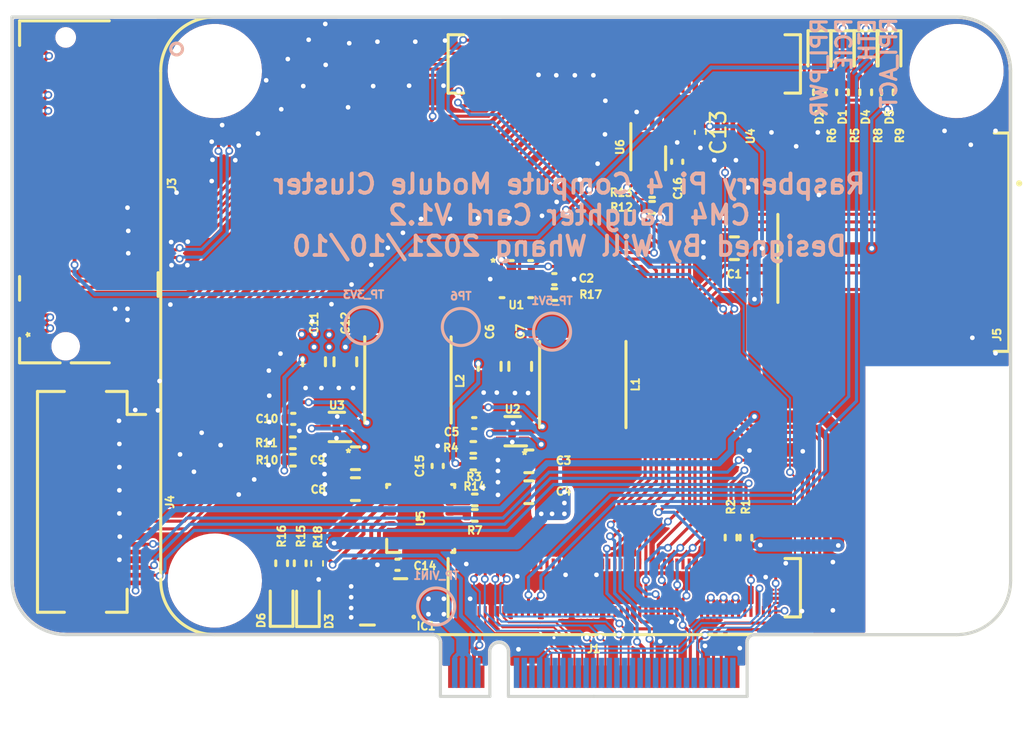
<source format=kicad_pcb>
(kicad_pcb (version 20210925) (generator pcbnew)
  (layers (0 "F.Cu" signal) (1 "In1.Cu" power) (2 "In2.Cu" power) (31 "B.Cu" signal) (34 "B.Paste" user) (35 "F.Paste" user) (36 "B.SilkS" user "B.Silkscreen") (37 "F.SilkS" user "F.Silkscreen") (38 "B.Mask" user) (39 "F.Mask" user) (44 "Edge.Cuts" user))
  (net 0 "")
  (net 1 "GND")
  (net 2 "+3V3")
  (net 3 "+5V")
  (net 4 "+12P")
  (net 5 "Net-(C15-Pad1)")
  (net 6 "Net-(D3-Pad1)")
  (net 7 "Net-(D3-Pad2)")
  (net 8 "Net-(D6-Pad1)")
  (net 9 "Net-(D6-Pad2)")
  (net 13 "BOOT")
  (net 15 "EN")
  (net 22 "ETH_P1+")
  (net 24 "ETH_P1-")
  (net 27 "ETH_P0-")
  (net 28 "ETH_P0+")
  (net 29 "ETH_P3+")
  (net 30 "ETH_P3-")
  (net 32 "ETH_P2-")
  (net 34 "ETH_P2+")
  (net 79 "Net-(D2-Pad1)")
  (net 92 "+3.3VA")
  (net 93 "Net-(D1-Pad2)")
  (net 98 "Net-(D2-Pad2)")
  (net 115 "Net-(D4-Pad2)")
  (net 117 "+12V")
  (net 119 "Net-(C5-Pad2)")
  (net 120 "Net-(C5-Pad1)")
  (net 121 "Net-(C10-Pad2)")
  (net 123 "Net-(C10-Pad1)")
  (net 125 "PCIe_LED")
  (net 126 "Net-(D5-Pad2)")
  (net 127 "RUN")
  (net 128 "RST")
  (net 129 "UART_RX")
  (net 130 "UART_TX")
  (net 131 "PCIe_CLK_P")
  (net 132 "PCIe_CLK_N")
  (net 133 "PCIe_CLK_REQ")
  (net 134 "PCIe_RST")
  (net 135 "SDA_CAM")
  (net 136 "SCL_CAM")
  (net 137 "CAM1_GPIO")
  (net 138 "CAM1_D3_P")
  (net 139 "CAM1_D3_N")
  (net 140 "CAM1_D2_P")
  (net 142 "CAM1_D2_N")
  (net 143 "CAM1_C_P")
  (net 144 "CAM1_C_N")
  (net 145 "CAM1_D1_P")
  (net 147 "CAM1_D1_N")
  (net 149 "CAM1_D0_P")
  (net 150 "CAM1_D0_N")
  (net 151 "PCIe_TX_N")
  (net 152 "PCIe_TX_P")
  (net 153 "PCIe_RX_N")
  (net 154 "PCIe_RX_P")
  (net 164 "+1V8")
  (net 185 "Net-(R3-Pad2)")
  (net 186 "Net-(R10-Pad2)")
  (net 197 "SD_DAT1")
  (net 198 "SD_DAT0")
  (net 199 "SD_CLK")
  (net 200 "SD_CMD")
  (net 201 "SD_DAT3")
  (net 202 "SD_DAT2")
  (net 204 "USB_DN")
  (net 205 "USB_DP")
  (net 206 "USB_ID")
  (net 207 "RPI_PWR_LED")
  (net 208 "RPI_ACT_LED")
  (net 209 "ETH_LED1")
  (net 210 "ETH_LED2")
  (net 221 "Net-(R7-Pad1)")
  (net 222 "Net-(R14-Pad1)")
  (net 224 "IMON")
  (net 225 "TMP117_ADDR")
  (net 226 "SCL_CM4")
  (net 227 "SDA_CM4")
  (net 228 "SDA_HOST")
  (net 229 "SCL_HOST")
  (footprint "Resistor_SMD:R_0402_1005Metric" (layer "F.Cu") (at 135.8 34.15 90)
    (fp_text reference "R6")
    (fp_text value "220R")
  )
  (footprint "Capacitor_SMD:C_0805_2012Metric" (layer "F.Cu") (at 116.440001 51.9 -90)
    (fp_text reference "C7")
    (fp_text value "22uF")
  )
  (footprint "Resistor_SMD:R_0402_1005Metric" (layer "F.Cu") (at 101 64.65 -90)
    (fp_text reference "R16")
    (fp_text value "220R")
  )
  (footprint "footprint:TMP117AIDRVR" (layer "F.Cu") (at 116.1875 46.25)
    (fp_text reference "U1")
    (fp_text value "TMP117AIDRVR" hide)
  )
  (footprint "Resistor_SMD:R_0402_1005Metric" (layer "F.Cu") (at 124.975 40.575)
    (fp_text reference "R13")
    (fp_text value "1K")
  )
  (footprint "Capacitor_SMD:C_0805_2012Metric" (layer "F.Cu") (at 105.775 57.85 180)
    (fp_text reference "C9")
    (fp_text value "10uF")
  )
  (footprint "Resistor_SMD:R_0402_1005Metric" (layer "F.Cu") (at 137.3 34.15 90)
    (fp_text reference "R5")
    (fp_text value "220R")
  )
  (footprint "Capacitor_SMD:C_0402_1005Metric" (layer "F.Cu") (at 113.465001 55.575 180)
    (fp_text reference "C5")
    (fp_text value "100nF")
  )
  (footprint "Capacitor_SMD:C_0402_1005Metric" (layer "F.Cu") (at 108.5 64.75 180)
    (fp_text reference "C14")
    (fp_text value "22uF")
  )
  (footprint "footprint:1-2199230-6" (layer "F.Cu") (at 84.750001 49.850001 -90)
    (fp_text reference "J3")
    (fp_text value "Bus_M.2_Socket_M" hide)
  )
  (footprint "Resistor_SMD:R_0402_1005Metric" (layer "F.Cu") (at 102.2 64.65 -90)
    (fp_text reference "R15")
    (fp_text value "220R")
  )
  (footprint "footprint:MOLEX_503182-1852" (layer "F.Cu") (at 139.84 43.86 -90)
    (fp_text reference "J5")
    (fp_text value "503182-1852")
  )
  (footprint "LED_SMD:LED_0603_1608Metric" (layer "F.Cu") (at 138.8 31.65 -90)
    (fp_text reference "D4")
    (fp_text value "Green")
  )
  (footprint "footprint:XTPS563202DRLR" (layer "F.Cu") (at 104.575 55.824998 180)
    (fp_text reference "U3")
    (fp_text value "XTPS563202DRLR" hide)
  )
  (footprint "Resistor_SMD:R_0402_1005Metric" (layer "F.Cu") (at 113.5 60.55)
    (fp_text reference "R14")
    (fp_text value "52K")
  )
  (footprint "LED_SMD:LED_0603_1608Metric" (layer "F.Cu") (at 140.34 31.65 -90)
    (fp_text reference "D5")
    (fp_text value "Green")
  )
  (footprint "Resistor_SMD:R_0402_1005Metric" (layer "F.Cu") (at 140.2 34.15 90)
    (fp_text reference "R9")
    (fp_text value "220R")
  )
  (footprint "Capacitor_SMD:C_0805_2012Metric" (layer "F.Cu") (at 103.1 51.6 -90)
    (fp_text reference "C11")
    (fp_text value "22uF")
  )
  (footprint "footprint:Raspberry-Pi-4-Compute-Module" (layer "F.Cu") (at 144.675 65.775 90)
    (fp_text reference "Module1" hide)
    (fp_text value "ComputeModule4-CM4")
  )
  (footprint "Capacitor_SMD:C_0805_2012Metric" (layer "F.Cu") (at 117 60.05 180)
    (fp_text reference "C4")
    (fp_text value "10uF")
  )
  (footprint "Inductor_SMD:L_Coilcraft_XAL5030" (layer "F.Cu") (at 120.490001 53.080001 90)
    (fp_text reference "L1")
    (fp_text value "L")
  )
  (footprint "LED_SMD:LED_0603_1608Metric" (layer "F.Cu") (at 101 67.25 90)
    (fp_text reference "D6")
    (fp_text value "Green")
  )
  (footprint "Capacitor_SMD:C_0402_1005Metric" (layer "F.Cu") (at 128.1 36.75 -90)
    (fp_text reference "C13")
    (fp_text value "100nF")
  )
  (footprint "Capacitor_SMD:C_0805_2012Metric" (layer "F.Cu") (at 105.774999 59.85 180)
    (fp_text reference "C8")
    (fp_text value "10uF")
  )
  (footprint "footprint:TPS2420RSAR" (layer "F.Cu") (at 110 61.75 90)
    (fp_text reference "U5")
    (fp_text value "TPS2420RSAR" hide)
  )
  (footprint "NGFF:NGFF_M" (layer "F.Cu") (at 121.2 73.275)
    (fp_text reference "J1")
    (fp_text value "Bus_M.2_Socket_M")
    (fp_line (start -9.925 0) (end -6.725 0) (layer "Edge.Cuts") (width 0.2))
    (fp_line (start -5.525 0) (end 0 0) (layer "Edge.Cuts") (width 0.2))
    (fp_line (start 0 0) (end 9.925 0) (layer "Edge.Cuts") (width 0.2))
    (fp_line (start -6.725 0) (end -6.725 -2.9) (layer "Edge.Cuts") (width 0.2))
    (fp_line (start -5.525 -2.9) (end -5.525 0) (layer "Edge.Cuts") (width 0.2))
    (fp_line (start -9.925 -3.5) (end -9.925 0) (layer "Edge.Cuts") (width 0.2))
    (fp_line (start -11 -4) (end -10.425 -4) (layer "Edge.Cuts") (width 0.2))
    (fp_line (start 10.425 -4) (end 11 -4) (layer "Edge.Cuts") (width 0.2))
    (fp_line (start 9.925 0) (end 9.925 -3.5) (layer "Edge.Cuts") (width 0.2))
    (fp_arc (start 10.425 -3.5) (end 9.925 -3.5) (angle 90) (layer "Edge.Cuts") (width 0.2))
    (fp_arc (start -10.425 -3.5) (end -10.425 -4) (angle 90) (layer "Edge.Cuts") (width 0.2))
    (fp_arc (start -6.125 -2.9) (end -6.725 -2.9) (angle 180) (layer "Edge.Cuts") (width 0.2))
  )
  (footprint "Capacitor_SMD:C_0805_2012Metric" (layer "F.Cu") (at 117 58.05 180)
    (fp_text reference "C3")
    (fp_text value "10uF")
  )
  (footprint "LED_SMD:LED_0603_1608Metric" (layer "F.Cu") (at 135.8 31.65 -90)
    (fp_text reference "D2")
    (fp_text value "Red")
  )
  (footprint "Capacitor_SMD:C_0402_1005Metric" (layer "F.Cu") (at 111.1 58.35 90)
    (fp_text reference "C15")
    (fp_text value "22uF")
  )
  (footprint "Capacitor_SMD:C_0805_2012Metric" (layer "F.Cu") (at 105.125 51.6 -90)
    (fp_text reference "C12")
    (fp_text value "22uF")
  )
  (footprint "Capacitor_SMD:C_0402_1005Metric" (layer "F.Cu") (at 118.65 46.25)
    (fp_text reference "C2")
    (fp_text value "100nF")
  )
  (footprint "Capacitor_SMD:C_0805_2012Metric" (layer "F.Cu") (at 114.465001 51.9 -90)
    (fp_text reference "C6")
    (fp_text value "22uF")
  )
  (footprint "Resistor_SMD:R_0402_1005Metric" (layer "F.Cu") (at 103.3 64.66 -90)
    (fp_text reference "R18")
    (fp_text value "10K")
  )
  (footprint "Resistor_SMD:R_0402_1005Metric" (layer "F.Cu") (at 130.084999 62.99 -90)
    (fp_text reference "R2")
    (fp_text value "1K")
  )
  (footprint "footprint:XTPS563202DRLR" (layer "F.Cu") (at 115.95 56.099998 180)
    (fp_text reference "U2")
    (fp_text value "XTPS563202DRLR" hide)
  )
  (footprint "Resistor_SMD:R_0402_1005Metric" (layer "F.Cu") (at 113.405001 57.15 180)
    (fp_text reference "R4")
    (fp_text value "10K")
  )
  (footprint "Resistor_SMD:R_0402_1005Metric" (layer "F.Cu") (at 113.5 61.55)
    (fp_text reference "R7")
    (fp_text value "52K")
  )
  (footprint "Capacitor_SMD:C_0402_1005Metric" (layer "F.Cu") (at 126.6 38.65 90)
    (fp_text reference "C16")
    (fp_text value "100nF")
  )
  (footprint "LED_SMD:LED_0603_1608Metric" (layer "F.Cu") (at 137.3 31.65 -90)
    (fp_text reference "D1")
    (fp_text value "Green")
  )
  (footprint "Resistor_SMD:R_0402_1005Metric" (layer "F.Cu") (at 101.725 56.85 180)
    (fp_text reference "R11")
    (fp_text value "10K")
  )
  (footprint "Resistor_SMD:R_0402_1005Metric" (layer "F.Cu") (at 138.8 34.15 90)
    (fp_text reference "R8")
    (fp_text value "220R")
  )
  (footprint "footprint:TPS73601DRBR" (layer "F.Cu") (at 107.6 67.15 180)
    (fp_text reference "IC1")
    (fp_text value "TVS1801DRBR" hide)
  )
  (footprint "LED_SMD:LED_0603_1608Metric" (layer "F.Cu") (at 102.7 67.2625 90)
    (fp_text reference "D3")
    (fp_text value "Green")
  )
  (footprint "Package_DFN_QFN:DFN-8-1EP_3x2mm_P0.5mm_EP1.3x1.5mm" (layer "F.Cu") (at 124.725 37.675 -90)
    (fp_text reference "U6")
    (fp_text value "ATECC608A-MAHDA")
  )
  (footprint "Resistor_SMD:R_0402_1005Metric" (layer "F.Cu") (at 124.975 41.6)
    (fp_text reference "R12")
    (fp_text value "1K")
  )
  (footprint "Resistor_SMD:R_0402_1005Metric" (layer "F.Cu") (at 131.05 62.99 -90)
    (fp_text reference "R1")
    (fp_text value "1K")
  )
  (footprint "Connector_FFC-FPC:Hirose_FH12-22S-0.5SH_1x22-1MP_P0.50mm_Horizontal" (layer "F.Cu") (at 89.7 60.675 -90)
    (fp_text reference "J4")
    (fp_text value "Conn_01x22_Female")
  )
  (footprint "Capacitor_SMD:C_0402_1005Metric" (layer "F.Cu") (at 101.755 55.3 180)
    (fp_text reference "C10")
    (fp_text value "100nF")
  )
  (footprint "Resistor_SMD:R_0402_1005Metric" (layer "F.Cu") (at 118.65 47.25)
    (fp_text reference "R17")
    (fp_text value "10K")
  )
  (footprint "Inductor_SMD:L_Coilcraft_XAL5030" (layer "F.Cu") (at 109.175 52.78 90)
    (fp_text reference "L2")
    (fp_text value "L")
  )
  (footprint "Capacitor_SMD:C_0805_2012Metric" (layer "F.Cu") (at 130.3 44.25 180)
    (fp_text reference "C1")
    (fp_text value "10uF")
  )
  (footprint "footprint:SN74AUP1G125DRLR" (layer "F.Cu") (at 129.7 37.0023 90)
    (fp_text reference "U4")
    (fp_text value "SN74AUP1G125DRLR" hide)
  )
  (footprint "Resistor_SMD:R_0402_1005Metric" (layer "F.Cu") (at 113.4 58.225)
    (fp_text reference "R3")
    (fp_text value "52K")
  )
  (footprint "Resistor_SMD:R_0402_1005Metric" (layer "F.Cu") (at 101.735 57.975)
    (fp_text reference "R10")
    (fp_text value "31K")
  )
  (footprint "TestPoint:TestPoint_Pad_D2.0mm" (layer "B.Cu") (at 111 67.45 180)
    (fp_text reference "TP_VIN1")
    (fp_text value "TestPoint")
  )
  (footprint "TestPoint:TestPoint_Pad_D2.0mm" (layer "B.Cu") (at 118.5 49.65 180)
    (fp_text reference "TP_5V1")
    (fp_text value "TestPoint")
  )
  (footprint "TestPoint:TestPoint_Pad_D2.0mm" (layer "B.Cu") (at 112.6 49.35 180)
    (fp_text reference "TP6")
    (fp_text value "TestPoint")
  )
  (footprint "TestPoint:TestPoint_Pad_D2.0mm" (layer "B.Cu") (at 106.3 49.25 180)
    (fp_text reference "TP_3V3")
    (fp_text value "TestPoint")
  )
  (gr_line (start 87.05 69.275) (end 110.2 69.275) (layer "Edge.Cuts") (width 0.2))
  (gr_line (start 148.175 65.775) (end 148.175 32.775) (layer "Edge.Cuts") (width 0.2))
  (gr_line (start 144.675 69.275) (end 132.2 69.275) (layer "Edge.Cuts") (width 0.2))
  (gr_line (start 83.55 29.274874) (end 83.55 65.775) (layer "Edge.Cuts") (width 0.2))
  (gr_arc (start 144.675 65.775) (end 148.175 65.775) (angle 90) (layer "Edge.Cuts") (width 0.2))
  (gr_line (start 144.675 29.275) (end 83.55 29.274874) (layer "Edge.Cuts") (width 0.2))
  (gr_arc (start 144.675 32.775) (end 144.675 29.275) (angle 90) (layer "Edge.Cuts") (width 0.2))
  (gr_arc (start 87.05 65.775) (end 87.05 69.275) (angle 90) (layer "Edge.Cuts") (width 0.2))
  (gr_text "ETH\n" (at 138.9 30.75 90) (layer "B.SilkS") (effects (font (size 1 1) (thickness 0.2)) (justify mirror)))
  (gr_text "Raspberry Pi 4 Compute Module Cluster\nCM4 Daughter Card V1.2\nDesigned By Will Whang 2021/10/10" (at 119.615 42.105) (layer "B.SilkS") (effects (font (size 1.25 1.25) (thickness 0.25)) (justify mirror)))
  (gr_text "RPI_ACT" (at 140.3 32.25 90) (layer "B.SilkS") (effects (font (size 1 1) (thickness 0.2)) (justify mirror)))
  (gr_text "PCIE" (at 137.4 31.05 90) (layer "B.SilkS") (effects (font (size 1 1) (thickness 0.2)) (justify mirror)))
  (gr_text "RPI_PWR" (at 135.8 32.55 90) (layer "B.SilkS") (effects (font (size 1 1) (thickness 0.2)) (justify mirror)))
  (via (at 136.675 64.575) (size 0.5032) (drill 0.3) (layers "F.Cu" "B.Cu") (net 1))
  (via (at 111.575 30.8) (size 0.5032) (drill 0.3) (layers "F.Cu" "B.Cu") (net 1))
  (via (at 114.925 53.6) (size 0.5032) (drill 0.3) (layers "F.Cu" "B.Cu") (net 1))
  (via (at 103.8 59.55) (size 0.5032) (drill 0.3) (layers "F.Cu" "B.Cu") (net 1))
  (via (at 98.225 60.2) (size 0.5032) (drill 0.3) (layers "F.Cu" "B.Cu") (net 1))
  (via (at 90.525 62.925) (size 0.5032) (drill 0.3) (layers "F.Cu" "B.Cu") (net 1))
  (via (at 114.5 46.25) (size 0.5032) (drill 0.3) (layers "F.Cu" "B.Cu") (net 1))
  (via (at 103.825 29.725) (size 0.5032) (drill 0.3) (layers "F.Cu" "B.Cu") (net 1))
  (via (at 136.675 67.7) (size 0.5032) (drill 0.3) (layers "F.Cu" "B.Cu") (net 1))
  (via (at 90.225 48.175) (size 0.5032) (drill 0.3) (layers "F.Cu" "B.Cu") (net 1))
  (via (at 100.2 53.8) (size 0.5032) (drill 0.3) (layers "F.Cu" "B.Cu") (net 1))
  (via (at 111.9 42.35) (size 0.5032) (drill 0.3) (layers "F.Cu" "B.Cu") (net 1))
  (via (at 128.3 43.85) (size 0.5032) (drill 0.3) (layers "F.Cu" "B.Cu") (net 1))
  (via (at 105.5 67.55) (size 0.5032) (drill 0.3) (layers "F.Cu" "B.Cu") (net 1))
  (via (at 118.625 69.475) (size 0.45) (drill 0.2) (layers "F.Cu" "B.Cu") (net 1))
  (via (at 93.1 52.85) (size 0.5032) (drill 0.3) (layers "F.Cu" "B.Cu") (net 1))
  (via (at 115 58.675) (size 0.5032) (drill 0.3) (layers "F.Cu" "B.Cu") (net 1))
  (via (at 121.45 38.775) (size 0.5032) (drill 0.3) (layers "F.Cu" "B.Cu") (net 1))
  (via (at 106.925 33.75) (size 0.5032) (drill 0.3) (layers "F.Cu" "B.Cu") (net 1))
  (via (at 128.3 44.85) (size 0.5032) (drill 0.3) (layers "F.Cu" "B.Cu") (net 1))
  (via (at 126.25 68.45) (size 0.5032) (drill 0.3) (layers "F.Cu" "B.Cu") (net 1))
  (via (at 119.925 46.25) (size 0.5032) (drill 0.3) (layers "F.Cu" "B.Cu") (net 1))
  (via (at 129 38.55) (size 0.5032) (drill 0.3) (layers "F.Cu" "B.Cu") (net 1))
  (via (at 119.375 65.4) (size 0.5032) (drill 0.3) (layers "F.Cu" "B.Cu") (net 1))
  (via (at 115.925 56.8) (size 0.5032) (drill 0.3) (layers "F.Cu" "B.Cu") (net 1))
  (via (at 100.925 51.075) (size 0.5032) (drill 0.3) (layers "F.Cu" "B.Cu") (net 1))
  (via (at 99.225 59.225) (size 0.5032) (drill 0.3) (layers "F.Cu" "B.Cu") (net 1))
  (via (at 147.2 51.05) (size 0.5032) (drill 0.3) (layers "F.Cu" "B.Cu") (net 1))
  (via (at 104.6 55.15) (size 0.5032) (drill 0.3) (layers "F.Cu" "B.Cu") (net 1))
  (via (at 121.375 65.4) (size 0.5032) (drill 0.3) (layers "F.Cu" "B.Cu") (net 1))
  (via (at 114.075 53.6) (size 0.5032) (drill 0.3) (layers "F.Cu" "B.Cu") (net 1))
  (via (at 94.9 45.35) (size 0.5032) (drill 0.3) (layers "F.Cu" "B.Cu") (net 1))
  (via (at 130.65 70.15) (size 0.5032) (drill 0.3) (layers "F.Cu" "B.Cu") (net 1))
  (via (at 94.925 43.825) (size 0.5032) (drill 0.3) (layers "F.Cu" "B.Cu") (net 1))
  (via (at 102.75 30.75) (size 0.5032) (drill 0.3) (layers "F.Cu" "B.Cu") (net 1))
  (via (at 93.875 45.35) (size 0.5032) (drill 0.3) (layers "F.Cu" "B.Cu") (net 1))
  (via (at 115 57.975) (size 0.5032) (drill 0.3) (layers "F.Cu" "B.Cu") (net 1))
  (via (at 125.5 69.7) (size 0.5032) (drill 0.3) (layers "F.Cu" "B.Cu") (net 1))
  (via (at 102.15 56.075) (size 0.5032) (drill 0.3) (layers "F.Cu" "B.Cu") (net 1))
  (via (at 113.7 42.3) (size 0.5032) (drill 0.3) (layers "F.Cu" "B.Cu") (net 1))
  (via (at 112.95 64.7) (size 0.5032) (drill 0.3) (layers "F.Cu" "B.Cu") (net 1))
  (via (at 115 60.225) (size 0.5032) (drill 0.3) (layers "F.Cu" "B.Cu") (net 1))
  (via (at 116.95 53.625) (size 0.5032) (drill 0.3) (layers "F.Cu" "B.Cu") (net 1))
  (via (at 105.5 68.15) (size 0.5032) (drill 0.3) (layers "F.Cu" "B.Cu") (net 1))
  (via (at 94.2 40.65) (size 0.5032) (drill 0.3) (layers "F.Cu" "B.Cu") (net 1))
  (via (at 109.25 33.725) (size 0.5032) (drill 0.3) (layers "F.Cu" "B.Cu") (net 1))
  (via (at 105.5 66.15) (size 0.5032) (drill 0.3) (layers "F.Cu" "B.Cu") (net 1))
  (via (at 104.7 53.3) (size 0.5032) (drill 0.3) (layers "F.Cu" "B.Cu") (net 1))
  (via (at 118.775 33.05) (size 0.5032) (drill 0.3) (layers "F.Cu" "B.Cu") (net 1))
  (via (at 111.1 57.05) (size 0.5032) (drill 0.3) (layers "F.Cu" "B.Cu") (net 1))
  (via (at 98 38.55) (size 0.5032) (drill 0.3) (layers "F.Cu" "B.Cu") (net 1))
  (via (at 117.625 33.025) (size 0.5032) (drill 0.3) (layers "F.Cu" "B.Cu") (net 1))
  (via (at 91.075 43.125) (size 0.5032) (drill 0.3) (layers "F.Cu" "B.Cu") (net 1))
  (via (at 121.95 34.7) (size 0.5032) (drill 0.3) (layers "F.Cu" "B.Cu") (net 1))
  (via (at 100.225 56.85) (size 0.5032) (drill 0.3) (layers "F.Cu" "B.Cu") (net 1))
  (via (at 134.675 67.75) (size 0.5032) (drill 0.3) (layers "F.Cu" "B.Cu") (net 1))
  (via (at 100.175 52.175) (size 0.5032) (drill 0.3) (layers "F.Cu" "B.Cu") (net 1))
  (via (at 110.025 42.35) (size 0.5032) (drill 0.3) (layers "F.Cu" "B.Cu") (net 1))
  (via (at 116.325 70.225) (size 0.5032) (drill 0.3) (layers "F.Cu" "B.Cu") (net 1))
  (via (at 100 33.375) (size 0.5032) (drill 0.3) (layers "F.Cu" "B.Cu") (net 1))
  (via (at 128.4 70) (size 0.5032) (drill 0.3) (layers "F.Cu" "B.Cu") (net 1))
  (via (at 113.2 66.95) (size 0.5032) (drill 0.3) (layers "F.Cu" "B.Cu") (net 1))
  (via (at 104.55 56.55) (size 0.5032) (drill 0.3) (layers "F.Cu" "B.Cu") (net 1))
  (via (at 121.175 33.05) (size 0.5032) (drill 0.3) (layers "F.Cu" "B.Cu") (net 1))
  (via (at 95.825 56.2) (size 0.5032) (drill 0.3) (layers "F.Cu" "B.Cu") (net 1))
  (via (at 135.775 40.8) (size 0.5032) (drill 0.3) (layers "F.Cu" "B.Cu") (net 1))
  (via (at 145.6 37.55) (size 0.5032) (drill 0.3) (layers "F.Cu" "B.Cu") (net 1))
  (via (at 90.5 61.425) (size 0.5032) (drill 0.3) (layers "F.Cu" "B.Cu") (net 1))
  (via (at 118.8 41.25) (size 0.5032) (drill 0.3) (layers "F.Cu" "B.Cu") (net 1))
  (via (at 90.5 59.925) (size 0.5032) (drill 0.3) (layers "F.Cu" "B.Cu") (net 1))
  (via (at 121.925 36.875) (size 0.5032) (drill 0.3) (layers "F.Cu" "B.Cu") (net 1))
  (via (at 115.75 42.3) (size 0.5032) (drill 0.3) (layers "F.Cu" "B.Cu") (net 1))
  (via (at 100.975 35.25) (size 0.5032) (drill 0.3) (layers "F.Cu" "B.Cu") (net 1))
  (via (at 90.5 64.425) (size 0.5032) (drill 0.3) (layers "F.Cu" "B.Cu") (net 1))
  (via (at 93.85 43.85) (size 0.5032) (drill 0.3) (layers "F.Cu" "B.Cu") (net 1))
  (via (at 105.625 53.3) (size 0.5032) (drill 0.3) (layers "F.Cu" "B.Cu") (net 1))
  (via (at 95.325 58.725) (size 0.5032) (drill 0.3) (layers "F.Cu" "B.Cu") (net 1))
  (via (at 103.775 58.25) (size 0.5032) (drill 0.3) (layers "F.Cu" "B.Cu") (net 1))
  (via (at 107.875 44.225) (size 0.5032) (drill 0.3) (layers "F.Cu" "B.Cu") (net 1))
  (via (at 96.475 39.9) (size 0.5032) (drill 0.3) (layers "F.Cu" "B.Cu") (net 1))
  (via (at 91.525 54.725) (size 0.5032) (drill 0.3) (layers "F.Cu" "B.Cu") (net 1))
  (via (at 147.2 36.65) (size 0.5032) (drill 0.3) (layers "F.Cu" "B.Cu") (net 1))
  (via (at 93 54.75) (size 0.5032) (drill 0.3) (layers "F.Cu" "B.Cu") (net 1))
  (via (at 103.85 32.375) (size 0.5032) (drill 0.3) (layers "F.Cu" "B.Cu") (net 1))
  (via (at 120.3 39.8) (size 0.5032) (drill 0.3) (layers "F.Cu" "B.Cu") (net 1))
  (via (at 107.2 64.75) (size 0.5032) (drill 0.3) (layers "F.Cu" "B.Cu") (net 1))
  (via (at 105.5 66.85) (size 0.5032) (drill 0.3) (layers "F.Cu" "B.Cu") (net 1))
  (via (at 117.85 42.15) (size 0.5032) (drill 0.3) (layers "F.Cu" "B.Cu") (net 1))
  (via (at 126.6 37.4) (size 0.5032) (drill 0.3) (layers "F.Cu" "B.Cu") (net 1))
  (via (at 98.225 37.6) (size 0.5032) (drill 0.3) (layers "F.Cu" "B.Cu") (net 1))
  (via (at 96.475 37.35) (size 0.5032) (drill 0.3) (layers "F.Cu" "B.Cu") (net 1))
  (via (at 103.4 65.7) (size 0.5032) (drill 0.3) (layers "F.Cu" "B.Cu") (net 1))
  (via (at 97.05 57) (size 0.5032) (drill 0.3) (layers "F.Cu" "B.Cu") (net 1))
  (via (at 131.275 57.35) (size 0.5032) (drill 0.3) (layers "F.Cu" "B.Cu") (net 1))
  (via (at 133.625 64.65) (size 0.5032) (drill 0.3) (layers "F.Cu" "B.Cu") (net 1))
  (via (at 106.8 45.325) (size 0.5032) (drill 0.3) (layers "F.Cu" "B.Cu") (net 1))
  (via (at 90.5 56.925) (size 0.5032) (drill 0.3) (layers "F.Cu" "B.Cu") (net 1))
  (via (at 102.975 48.975) (size 0.5032) (drill 0.3) (layers "F.Cu" "B.Cu") (net 1))
  (via (at 128.1 37.75) (size 0.5032) (drill 0.3) (layers "F.Cu" "B.Cu") (net 1))
  (via (at 102.55 53.3) (size 0.5032) (drill 0.3) (layers "F.Cu" "B.Cu") (net 1))
  (via (at 91.025 48.9) (size 0.5032) (drill 0.3) (layers "F.Cu" "B.Cu") (net 1))
  (via (at 115 59.4) (size 0.5032) (drill 0.3) (layers "F.Cu" "B.Cu") (net 1))
  (via (at 90.475 55.425) (size 0.5032) (drill 0.3) (layers "F.Cu" "B.Cu") (net 1))
  (via (at 103.775 58.875) (size 0.5032) (drill 0.3) (layers "F.Cu" "B.Cu") (net 1))
  (via (at 143.9 36.65) (size 0.5032) (drill 0.3) (layers "F.Cu" "B.Cu") (net 1))
  (via (at 114 59.75) (size 0.5032) (drill 0.3) (layers "F.Cu" "B.Cu") (net 1))
  (via (at 91.025 41.625) (size 0.5032) (drill 0.3) (layers "F.Cu" "B.Cu") (net 1))
  (via (at 123.975 35.425) (size 0.5032) (drill 0.3) (layers "F.Cu" "B.Cu") (net 1))
  (via (at 134.3 37.65) (size 0.5032) (drill 0.3) (layers "F.Cu" "B.Cu") (net 1))
  (via (at 134.725 57.4) (size 0.5032) (drill 0.3) (layers "F.Cu" "B.Cu") (net 1))
  (via (at 91.075 44.575) (size 0.5032) (drill 0.3) (layers "F.Cu" "B.Cu") (net 1))
  (via (at 111.475 33.725) (size 0.5032) (drill 0.3) (layers "F.Cu" "B.Cu") (net 1))
  (via (at 145.7 50.05) (size 0.5032) (drill 0.3) (layers "F.Cu" "B.Cu") (net 1))
  (via (at 100.15 58.3) (size 0.5032) (drill 0.3) (layers "F.Cu" "B.Cu") (net 1))
  (via (at 91.025 48.175) (size 0.5032) (drill 0.3) (layers "F.Cu" "B.Cu") (net 1))
  (via (at 105.3 35.125) (size 0.5032) (drill 0.3) (layers "F.Cu" "B.Cu") (net 1))
  (via (at 135.7 36.75) (size 0.5032) (drill 0.3) (layers "F.Cu" "B.Cu") (net 1))
  (via (at 107.2 30.875) (size 0.5032) (drill 0.3) (layers "F.Cu" "B.Cu") (net 1))
  (via (at 102.4 33.75) (size 0.5032) (drill 0.3) (layers "F.Cu" "B.Cu") (net 1))
  (via (at 105.375 30.975) (size 0.5032) (drill 0.3) (layers "F.Cu" "B.Cu") (net 1))
  (via (at 108.85 43.25) (size 0.5032) (drill 0.3) (layers "F.Cu" "B.Cu") (net 1))
  (via (at 115.975 55.575) (size 0.5032) (drill 0.3) (layers "F.Cu" "B.Cu") (net 1))
  (via (at 116.1 53.625) (size 0.5032) (drill 0.3) (layers "F.Cu" "B.Cu") (net 1))
  (via (at 103.575 53.3) (size 0.5032) (drill 0.3) (layers "F.Cu" "B.Cu") (net 1))
  (via (at 109.65 30.875) (size 0.5032) (drill 0.3) (layers "F.Cu" "B.Cu") (net 1))
  (via (at 93.8 47.9) (size 0.5032) (drill 0.3) (layers "F.Cu" "B.Cu") (net 1))
  (via (at 116.25 65.5) (size 0.5032) (drill 0.3) (layers "F.Cu" "B.Cu") (net 1))
  (via (at 97.15 36.275) (size 0.5032) (drill 0.3) (layers "F.Cu" "B.Cu") (net 1))
  (via (at 94.425 57.6) (size 0.5032) (drill 0.3) (layers "F.Cu" "B.Cu") (net 1))
  (via (at 100.2 55.5) (size 0.5032) (drill 0.3) (layers "F.Cu" "B.Cu") (net 1))
  (via (at 119.975 33.05) (size 0.5032) (drill 0.3) (layers "F.Cu" "B.Cu") (net 1))
  (via (at 90.5 58.425) (size 0.5032) (drill 0.3) (layers "F.Cu" "B.Cu") (net 1))
  (via (at 132.7 36.75) (size 0.5032) (drill 0.3) (layers "F.Cu" "B.Cu") (net 1))
  (via (at 101.4 32) (size 0.5032) (drill 0.3) (layers "F.Cu" "B.Cu") (net 1))
  (via (at 132.325 65.55) (size 0.5032) (drill 0.3) (layers "F.Cu" "B.Cu") (net 1))
  (via (at 105.525 46.6) (size 0.5032) (drill 0.3) (layers "F.Cu" "B.Cu") (net 1))
  (via (at 103.775 57.65) (size 0.5032) (drill 0.3) (layers "F.Cu" "B.Cu") (net 1))
  (via (at 130.4 38.55) (size 0.5032) (drill 0.3) (layers "F.Cu" "B.Cu") (net 1))
  (via (at 131.2 40.325) (size 0.5032) (drill 0.3) (layers "F.Cu" "B.Cu") (net 1))
  (via (at 104.225 47.875) (size 0.5032) (drill 0.3) (layers "F.Cu" "B.Cu") (net 1))
  (via (at 99.475 36.825) (size 0.5032) (drill 0.3) (layers "F.Cu" "B.Cu") (net 1))
  (via (at 103.8 60.15) (size 0.5032) (drill 0.3) (layers "F.Cu" "B.Cu") (net 1))
  (via (at 96.525 38.525) (size 0.5032) (drill 0.3) (layers "F.Cu" "B.Cu") (net 1))
  (segment (start 136.05 55.15) (end 131.6 55.15) (width 0.8) (layer "F.Cu") (net 2))
  (segment (start 131.6 55.15) (end 131.6 47.55) (width 0.8) (layer "F.Cu") (net 2))
  (segment (start 146.195 44.26) (end 139.19 44.26) (width 0.8) (layer "F.Cu") (net 2))
  (segment (start 138.8 34.66) (end 140.2 34.66) (width 0.2) (layer "F.Cu") (net 2))
  (segment (start 116.4 46.05) (end 116.6 46.25) (width 0.2) (layer "F.Cu") (net 2))
  (segment (start 130.175 64.35) (end 129.9875 64.1625) (width 0.2) (layer "F.Cu") (net 2))
  (segment (start 118.17 46.26) (end 119.16 47.25) (width 0.2) (layer "F.Cu") (net 2))
  (segment (start 118.17 46.25) (end 118.17 46.26) (width 0.2) (layer "F.Cu") (net 2))
  (segment (start 125.475 39.125) (end 126.595 39.125) (width 0.2) (layer "F.Cu") (net 2))
  (segment (start 137 63.475) (end 137.025 63.5) (width 0.8) (layer "F.Cu") (net 2))
  (segment (start 117.162499 46.25) (end 118.17 46.25) (width 0.2) (layer "F.Cu") (net 2))
  (segment (start 129.9875 64.1625) (end 129.9875 63.597499) (width 0.2) (layer "F.Cu") (net 2))
  (segment (start 125.1 44.55) (end 125.075 44.525) (width 0.2) (layer "F.Cu") (net 2))
  (segment (start 127.425 38.875) (end 127.17 39.13) (width 0.2) (layer "F.Cu") (net 2))
  (segment (start 140.2 34.66) (end 140.2 35.25) (width 0.2) (layer "F.Cu") (net 2))
  (segment (start 125.475 41.61) (end 125.485 41.6) (width 0.2) (layer "F.Cu") (net 2))
  (segment (start 137 56.1) (end 136.05 55.15) (width 0.8) (layer "F.Cu") (net 2))
  (segment (start 127.17 39.13) (end 126.6 39.13) (width 0.2) (layer "F.Cu") (net 2))
  (segment (start 128.1 36.43) (end 127.72 36.43) (width 0.2) (layer "F.Cu") (net 2))
  (segment (start 116.4 44.85) (end 116.4 46.05) (width 0.2) (layer "F.Cu") (net 2))
  (segment (start 139.19 44.26) (end 132.09 44.26) (width 0.8) (layer "F.Cu") (net 2))
  (segment (start 131.26 44.26) (end 131.25 44.25) (width 0.8) (layer "F.Cu") (net 2))
  (segment (start 132.09 44.26) (end 131.26 44.26) (width 0.8) (layer "F.Cu") (net 2))
  (segment (start 125.475 41.59) (end 125.485 41.6) (width 0.2) (layer "F.Cu") (net 2))
  (segment (start 116.6 46.25) (end 117.162499 46.25) (width 0.2) (layer "F.Cu") (net 2))
  (segment (start 128.1754 36.3546) (end 128.1 36.43) (width 0.2) (layer "F.Cu") (net 2))
  (segment (start 129.65 65.425) (end 129.775 65.3) (width 0.2) (layer "F.Cu") (net 2))
  (segment (start 129.200001 36.3546) (end 128.7046 36.3546) (width 0.2) (layer "F.Cu") (net 2))
  (segment (start 91.55 65.925) (end 91.55 66.425) (width 0.254) (layer "F.Cu") (net 2))
  (segment (start 131.05 63.5) (end 131.95 63.5) (width 0.4) (layer "F.Cu") (net 2))
  (segment (start 129.775 64.375) (end 129.9875 64.1625) (width 0.2) (layer "F.Cu") (net 2))
  (segment (start 128.575 64.695) (end 128.575 65.25) (width 0.2) (layer "F.Cu") (net 2))
  (segment (start 125.075 44.525) (end 116.725 44.525) (width 0.2) (layer "F.Cu") (net 2))
  (segment (start 137 56.1) (end 137 63.475) (width 0.8) (layer "F.Cu") (net 2))
  (segment (start 126.595 39.125) (end 126.6 39.13) (width 0.2) (layer "F.Cu") (net 2))
  (segment (start 129.775 65.3) (end 129.775 64.695) (width 0.2) (layer "F.Cu") (net 2))
  (segment (start 127.425 36.725) (end 127.425 38.875) (width 0.2) (layer "F.Cu") (net 2))
  (segment (start 128.7046 36.3546) (end 128.1754 36.3546) (width 0.2) (layer "F.Cu") (net 2))
  (segment (start 125.475 39.125) (end 125.475 41.59) (width 0.2) (layer "F.Cu") (net 2))
  (segment (start 129.9875 63.597499) (end 130.084999 63.5) (width 0.2) (layer "F.Cu") (net 2))
  (segment (start 125.475 42.275) (end 125.475 41.61) (width 0.2) (layer "F.Cu") (net 2))
  (segment (start 130.084999 63.5) (end 131.05 63.5) (width 0.2) (layer "F.Cu") (net 2))
  (segment (start 131.95 63.5) (end 131.975 63.475) (width 0.4) (layer "F.Cu") (net 2))
  (segment (start 116.725 44.525) (end 116.4 44.85) (width 0.2) (layer "F.Cu") (net 2))
  (segment (start 128.75 65.425) (end 129.65 65.425) (width 0.2) (layer "F.Cu") (net 2))
  (segment (start 130.175 64.695) (end 130.175 64.35) (width 0.2) (layer "F.Cu") (net 2))
  (segment (start 137.3 34.66) (end 135.8 34.66) (width 0.2) (layer "F.Cu") (net 2))
  (segment (start 128.575 65.25) (end 128.75 65.425) (width 0.2) (layer "F.Cu") (net 2))
  (segment (start 127.72 36.43) (end 127.425 36.725) (width 0.2) (layer "F.Cu") (net 2))
  (segment (start 129.775 64.695) (end 129.775 64.375) (width 0.2) (layer "F.Cu") (net 2))
  (segment (start 138.8 34.66) (end 137.3 34.66) (width 0.2) (layer "F.Cu") (net 2))
  (via (at 91.55 66.425) (size 0.5032) (drill 0.3) (layers "F.Cu" "B.Cu") (net 2))
  (via (at 137.025 63.5) (size 0.5032) (drill 0.3) (layers "F.Cu" "B.Cu") (net 2))
  (via (at 131.975 63.475) (size 0.5032) (drill 0.3) (layers "F.Cu" "B.Cu") (net 2))
  (via (at 128.7046 36.3546) (size 0.5032) (drill 0.3) (layers "F.Cu" "B.Cu") (net 2))
  (via (at 139.19 44.26) (size 0.5032) (drill 0.3) (layers "F.Cu" "B.Cu") (net 2))
  (via (at 125.475 42.275) (size 0.5032) (drill 0.3) (layers "F.Cu" "B.Cu") (net 2))
  (via (at 125.1 44.55) (size 0.5032) (drill 0.3) (layers "F.Cu" "B.Cu") (net 2))
  (via (at 131.6 55.15) (size 0.5032) (drill 0.3) (layers "F.Cu" "B.Cu") (net 2))
  (via (at 131.6 47.55) (size 0.5032) (drill 0.3) (layers "F.Cu" "B.Cu") (net 2))
  (via (at 132.09 44.26) (size 0.5032) (drill 0.3) (layers "F.Cu" "B.Cu") (net 2))
  (via (at 140.2 35.25) (size 0.5032) (drill 0.3) (layers "F.Cu" "B.Cu") (net 2))
  (segment (start 131.6 44.75) (end 132.09 44.26) (width 0.8) (layer "B.Cu") (net 2))
  (segment (start 125.1 42.65) (end 125.475 42.275) (width 0.2) (layer "B.Cu") (net 2))
  (segment (start 140.2 35.25) (end 139.8 35.25) (width 0.2) (layer "B.Cu") (net 2))
  (segment (start 130.078601 57.396399) (end 130.078601 56.671399) (width 0.4) (layer "B.Cu") (net 2))
  (segment (start 115.2 61.15) (end 118.175 58.175) (width 0.4) (layer "B.Cu") (net 2))
  (segment (start 130.078601 56.671399) (end 131.6 55.15) (width 0.4) (layer "B.Cu") (net 2))
  (segment (start 128.7046 36.3546) (end 130.4046 36.3546) (width 0.25) (layer "B.Cu") (net 2))
  (segment (start 125.1 44.55) (end 125.1 42.65) (width 0.2) (layer "B.Cu") (net 2))
  (segment (start 132 63.5) (end 131.975 63.475) (width 0.8) (layer "B.Cu") (net 2))
  (segment (start 118.175 58.175) (end 125.075 58.175) (width 0.4) (layer "B.Cu") (net 2))
  (segment (start 129.3 58.175) (end 130.078601 57.396399) (width 0.4) (layer "B.Cu") (net 2))
  (segment (start 94.06867 61.15) (end 115.2 61.15) (width 0.4) (layer "B.Cu") (net 2))
  (segment (start 130.4046 36.3546) (end 132.09 38.04) (width 0.25) (layer "B.Cu") (net 2))
  (segment (start 137.025 63.5) (end 132 63.5) (width 0.8) (layer "B.Cu") (net 2))
  (segment (start 91.55 66.425) (end 91.55 63.66867) (width 0.4) (layer "B.Cu") (net 2))
  (segment (start 139.19 35.86) (end 139.19 44.26) (width 0.2) (layer "B.Cu") (net 2))
  (segment (start 132.09 38.04) (end 132.09 44.26) (width 0.25) (layer "B.Cu") (net 2))
  (segment (start 91.55 63.66867) (end 94.06867 61.15) (width 0.4) (layer "B.Cu") (net 2))
  (segment (start 131.6 47.55) (end 131.6 44.75) (width 0.8) (layer "B.Cu") (net 2))
  (segment (start 125.075 58.175) (end 129.3 58.175) (width 0.4) (layer "B.Cu") (net 2))
  (segment (start 139.8 35.25) (end 139.19 35.86) (width 0.2) (layer "B.Cu") (net 2))
  (segment (start 128.975 67.775) (end 128.975 67.075) (width 0.2) (layer "F.Cu") (net 3))
  (segment (start 130.175 67.775) (end 130.175 67.075) (width 0.2) (layer "F.Cu") (net 3))
  (segment (start 116.45 50.940001) (end 116.440001 50.95) (width 0.8) (layer "F.Cu") (net 3))
  (segment (start 130.575 67.775) (end 130.575 67.075) (width 0.2) (layer "F.Cu") (net 3))
  (segment (start 112.3 58.225) (end 112.25 58.175) (width 0.25) (layer "F.Cu") (net 3))
  (segment (start 128.575 67.075) (end 128.775 66.875) (width 0.2) (layer "F.Cu") (net 3))
  (segment (start 116.45 49.75) (end 116.45 50.940001) (width 0.8) (layer "F.Cu") (net 3))
  (segment (start 130.175 67.075) (end 130.375 66.875) (width 0.2) (layer "F.Cu") (net 3))
  (segment (start 129.375 67.1) (end 129.6 66.875) (width 0.2) (layer "F.Cu") (net 3))
  (segment (start 130.575 67.075) (end 130.375 66.875) (width 0.2) (layer "F.Cu") (net 3))
  (segment (start 129.775 67.775) (end 129.775 67.05) (width 0.2) (layer "F.Cu") (net 3))
  (segment (start 112.89 58.225) (end 112.3 58.225) (width 0.25) (layer "F.Cu") (net 3))
  (segment (start 128.575 67.775) (end 128.575 67.075) (width 0.2) (layer "F.Cu") (net 3))
  (segment (start 128.975 67.075) (end 128.775 66.875) (width 0.2) (layer "F.Cu") (net 3))
  (segment (start 129.775 67.05) (end 129.6 66.875) (width 0.2) (layer "F.Cu") (net 3))
  (segment (start 129.375 67.775) (end 129.375 67.1) (width 0.2) (layer "F.Cu") (net 3))
  (via (at 113.725 51.725) (size 0.5032) (drill 0.3) (layers "F.Cu" "B.Cu") (net 3))
  (via (at 112.25 58.175) (size 0.5032) (drill 0.3) (layers "F.Cu" "B.Cu") (net 3))
  (via (at 116.45 49.75) (size 0.5032) (drill 0.3) (layers "F.Cu" "B.Cu") (net 3))
  (via (at 128.775 66.875) (size 0.5032) (drill 0.3) (layers "F.Cu" "B.Cu") (net 3))
  (via (at 129.6 66.875) (size 0.5032) (drill 0.3) (layers "F.Cu" "B.Cu") (net 3))
  (via (at 130.375 66.875) (size 0.5032) (drill 0.3) (layers "F.Cu" "B.Cu") (net 3))
  (segment (start 112.1 54.6) (end 113.725 52.975) (width 0.25) (layer "B.Cu") (net 3))
  (segment (start 112.25 58.175) (end 112.1 58.025) (width 0.25) (layer "B.Cu") (net 3))
  (segment (start 112.1 58.025) (end 112.1 54.6) (width 0.25) (layer "B.Cu") (net 3))
  (segment (start 113.725 52.975) (end 113.725 51.725) (width 0.25) (layer "B.Cu") (net 3))
  (segment (start 116.45 49.75) (end 118.4 49.75) (width 0.4) (layer "B.Cu") (net 3))
  (via (at 111.5 66.95) (size 0.5032) (drill 0.3) (layers "F.Cu" "B.Cu") (net 4))
  (via (at 111.5 67.95) (size 0.5032) (drill 0.3) (layers "F.Cu" "B.Cu") (net 4))
  (via (at 110.5 67.95) (size 0.5032) (drill 0.3) (layers "F.Cu" "B.Cu") (net 4))
  (via (at 110.5 66.95) (size 0.5032) (drill 0.3) (layers "F.Cu" "B.Cu") (net 4))
  (segment (start 112.2 70.725) (end 112.5 70.425) (width 0.25) (layer "B.Cu") (net 4))
  (segment (start 112.2 71.75) (end 112.2 70.725) (width 0.25) (layer "B.Cu") (net 4))
  (segment (start 113.2 71.75) (end 113.2 70.75) (width 0.25) (layer "B.Cu") (net 4))
  (segment (start 112.7 71.75) (end 112.7 69.975) (width 0.25) (layer "B.Cu") (net 4))
  (segment (start 112.7 69.4) (end 110.95 67.65) (width 0.8) (layer "B.Cu") (net 4))
  (segment (start 112.7 70.3) (end 112.7 69.4) (width 0.8) (layer "B.Cu") (net 4))
  (segment (start 113.2 70.75) (end 112.9 70.45) (width 0.25) (layer "B.Cu") (net 4))
  (segment (start 110.974999 58.955001) (end 111.1 58.83) (width 0.25) (layer "F.Cu") (net 5))
  (segment (start 110.974999 59.850001) (end 110.974999 58.955001) (width 0.25) (layer "F.Cu") (net 5))
  (segment (start 102.7 68.05) (end 103.9 68.05) (width 0.25) (layer "F.Cu") (net 6))
  (segment (start 107.3 63.45) (end 107.3 62.55) (width 0.25) (layer "F.Cu") (net 6))
  (segment (start 104.7 66.05) (end 107.3 63.45) (width 0.25) (layer "F.Cu") (net 6))
  (segment (start 103.9 68.05) (end 104.7 67.25) (width 0.25) (layer "F.Cu") (net 6))
  (segment (start 107.3 62.55) (end 107.774999 62.075001) (width 0.25) (layer "F.Cu") (net 6))
  (segment (start 104.7 67.25) (end 104.7 66.05) (width 0.25) (layer "F.Cu") (net 6))
  (segment (start 107.774999 62.075001) (end 108.100001 62.075001) (width 0.25) (layer "F.Cu") (net 6))
  (segment (start 102.2 65.16) (end 102.2 65.975) (width 0.25) (layer "F.Cu") (net 7))
  (segment (start 102.2 65.975) (end 102.7 66.475) (width 0.25) (layer "F.Cu") (net 7))
  (segment (start 107.725001 61.424999) (end 106.8 62.35) (width 0.25) (layer "F.Cu") (net 8))
  (segment (start 103.8 67.25) (end 101.7875 67.25) (width 0.25) (layer "F.Cu") (net 8))
  (segment (start 108.100001 61.424999) (end 107.725001 61.424999) (width 0.25) (layer "F.Cu") (net 8))
  (segment (start 101.7875 67.25) (end 101 68.0375) (width 0.25) (layer "F.Cu") (net 8))
  (segment (start 106.8 62.35) (end 106.8 63.25) (width 0.25) (layer "F.Cu") (net 8))
  (segment (start 106.8 63.25) (end 104.2 65.85) (width 0.25) (layer "F.Cu") (net 8))
  (segment (start 104.2 65.85) (end 104.2 66.85) (width 0.25) (layer "F.Cu") (net 8))
  (segment (start 104.2 66.85) (end 103.8 67.25) (width 0.25) (layer "F.Cu") (net 8))
  (segment (start 101 65.16) (end 101 66.4625) (width 0.25) (layer "F.Cu") (net 9))
  (segment (start 131.775 66.4) (end 131.925 66.25) (width 0.2) (layer "F.Cu") (net 13))
  (segment (start 131.775 67.775) (end 131.775 66.4) (width 0.2) (layer "F.Cu") (net 13))
  (via (at 131.925 66.275) (size 0.5032) (drill 0.3) (layers "F.Cu" "B.Cu") (net 13))
  (segment (start 118.2 70.675) (end 118.425 70.45) (width 0.127) (layer "B.Cu") (net 13))
  (segment (start 118.425 70.45) (end 126.9 70.45) (width 0.127) (layer "B.Cu") (net 13))
  (segment (start 126.9 70.45) (end 127.64648 69.70352) (width 0.127) (layer "B.Cu") (net 13))
  (segment (start 131.925 67.9) (end 131.925 66.275) (width 0.127) (layer "B.Cu") (net 13))
  (segment (start 127.64648 69.70352) (end 127.64648 69.044988) (width 0.127) (layer "B.Cu") (net 13))
  (segment (start 118.2 71.75) (end 118.2 70.675) (width 0.127) (layer "B.Cu") (net 13))
  (segment (start 128.166468 68.525) (end 131.3 68.525) (width 0.127) (layer "B.Cu") (net 13))
  (segment (start 131.3 68.525) (end 131.925 67.9) (width 0.127) (layer "B.Cu") (net 13))
  (segment (start 127.64648 69.044988) (end 128.166468 68.525) (width 0.127) (layer "B.Cu") (net 13))
  (segment (start 128.4 69.3) (end 127.95 69.75) (width 0.2) (layer "F.Cu") (net 15))
  (segment (start 127.921889 69.778111) (end 127.921889 71.971889) (width 0.2) (layer "F.Cu") (net 15))
  (segment (start 132.975 67.775) (end 133.5 67.775) (width 0.127) (layer "F.Cu") (net 15))
  (segment (start 133.5 67.775) (end 133.55 67.725) (width 0.127) (layer "F.Cu") (net 15))
  (segment (start 127.921889 71.971889) (end 127.95 72) (width 0.2) (layer "F.Cu") (net 15))
  (segment (start 127.95 69.75) (end 127.921889 69.778111) (width 0.2) (layer "F.Cu") (net 15))
  (via (at 128.4 69.3) (size 0.5032) (drill 0.3) (layers "F.Cu" "B.Cu") (net 15))
  (via (at 133.55 67.725) (size 0.5032) (drill 0.3) (layers "F.Cu" "B.Cu") (net 15))
  (segment (start 131.464438 69.07901) (end 128.87099 69.07901) (width 0.127) (layer "B.Cu") (net 15))
  (segment (start 128.62099 69.07901) (end 128.4 69.3) (width 0.127) (layer "B.Cu") (net 15))
  (segment (start 133.55 67.725) (end 132.818448 67.725) (width 0.127) (layer "B.Cu") (net 15))
  (segment (start 132.818448 67.725) (end 131.464438 69.07901) (width 0.127) (layer "B.Cu") (net 15))
  (segment (start 128.87099 69.07901) (end 128.62099 69.07901) (width 0.127) (layer "B.Cu") (net 15))
  (segment (start 113.446797 65.561833) (end 113.446797 65.675) (width 0.2) (layer "F.Cu") (net 22))
  (segment (start 113.775 65.23363) (end 113.446797 65.561833) (width 0.2) (layer "F.Cu") (net 22))
  (segment (start 113.775 64.695) (end 113.775 65.23363) (width 0.2) (layer "F.Cu") (net 22))
  (segment (start 120.75 69.4579) (end 121.45 70.1579) (width 0.127) (layer "F.Cu") (net 22))
  (segment (start 121.45 70.1579) (end 121.45 72) (width 0.127) (layer "F.Cu") (net 22))
  (via (at 113.446797 65.675) (size 0.5032) (drill 0.3) (layers "F.Cu" "B.Cu") (net 22))
  (via (at 120.75 69.4579) (size 0.5032) (drill 0.3) (layers "F.Cu" "B.Cu") (net 22))
  (segment (start 113.82299 66.49799) (end 113.82299 67.952255) (width 0.127) (layer "B.Cu") (net 22))
  (segment (start 113.45 65.678203) (end 113.45 66.125) (width 0.127) (layer "B.Cu") (net 22))
  (segment (start 113.82299 67.952255) (end 114.895735 69.025) (width 0.127) (layer "B.Cu") (net 22))
  (segment (start 113.446797 65.675) (end 113.45 65.678203) (width 0.127) (layer "B.Cu") (net 22))
  (segment (start 113.45 66.125) (end 113.82299 66.49799) (width 0.127) (layer "B.Cu") (net 22))
  (segment (start 114.895735 69.025) (end 120.3171 69.025) (width 0.127) (layer "B.Cu") (net 22))
  (segment (start 120.3171 69.025) (end 120.75 69.4579) (width 0.127) (layer "B.Cu") (net 22))
  (segment (start 121.95 69.75) (end 121.95 72) (width 0.127) (layer "F.Cu") (net 24))
  (segment (start 121.625 69.425) (end 121.95 69.75) (width 0.127) (layer "F.Cu") (net 24))
  (segment (start 114.175 65.65) (end 114.15 65.675) (width 0.2) (layer "F.Cu") (net 24))
  (segment (start 114.175 64.695) (end 114.175 65.65) (width 0.2) (layer "F.Cu") (net 24))
  (via (at 114.15 65.675) (size 0.5032) (drill 0.3) (layers "F.Cu" "B.Cu") (net 24))
  (via (at 121.625 69.425) (size 0.5032) (drill 0.3) (layers "F.Cu" "B.Cu") (net 24))
  (segment (start 114.15 65.675) (end 114.15 67.8) (width 0.127) (layer "B.Cu") (net 24))
  (segment (start 115.03102 68.68102) (end 120.88102 68.68102) (width 0.127) (layer "B.Cu") (net 24))
  (segment (start 120.88102 68.68102) (end 121.625 69.425) (width 0.127) (layer "B.Cu") (net 24))
  (segment (start 114.15 67.8) (end 115.03102 68.68102) (width 0.127) (layer "B.Cu") (net 24))
  (segment (start 122.95 69.378463) (end 122.95 72) (width 0.127) (layer "F.Cu") (net 27))
  (segment (start 114.975 65.525) (end 114.825 65.675) (width 0.2) (layer "F.Cu") (net 27))
  (segment (start 114.975 64.695) (end 114.975 65.525) (width 0.2) (layer "F.Cu") (net 27))
  (segment (start 122.83737 69.265833) (end 122.95 69.378463) (width 0.127) (layer "F.Cu") (net 27))
  (via (at 114.825 65.675) (size 0.5032) (drill 0.3) (layers "F.Cu" "B.Cu") (net 27))
  (via (at 122.83737 69.265833) (size 0.5032) (drill 0.3) (layers "F.Cu" "B.Cu") (net 27))
  (segment (start 115.22701 68.42701) (end 121.998547 68.42701) (width 0.127) (layer "B.Cu") (net 27))
  (segment (start 121.998547 68.42701) (end 122.83737 69.265833) (width 0.127) (layer "B.Cu") (net 27))
  (segment (start 114.825 65.675) (end 114.825 68.025) (width 0.127) (layer "B.Cu") (net 27))
  (segment (start 114.825 68.025) (end 115.22701 68.42701) (width 0.127) (layer "B.Cu") (net 27))
  (segment (start 123.45 69.15) (end 122.85 68.55) (width 0.127) (layer "F.Cu") (net 28))
  (segment (start 115.375 65.475) (end 115.575 65.675) (width 0.2) (layer "F.Cu") (net 28))
  (segment (start 115.375 64.695) (end 115.375 65.475) (width 0.2) (layer "F.Cu") (net 28))
  (segment (start 123.45 69.5) (end 123.45 69.15) (width 0.127) (layer "F.Cu") (net 28))
  (segment (start 123.45 69.5) (end 123.45 72) (width 0.127) (layer "F.Cu") (net 28))
  (via (at 122.85 68.55) (size 0.5032) (drill 0.3) (layers "F.Cu" "B.Cu") (net 28))
  (via (at 115.575 65.675) (size 0.5032) (drill 0.3) (layers "F.Cu" "B.Cu") (net 28))
  (segment (start 122.4 68.1) (end 122.05 68.1) (width 0.127) (layer "B.Cu") (net 28))
  (segment (start 115.575 65.675) (end 115.15201 66.09799) (width 0.127) (layer "B.Cu") (net 28))
  (segment (start 115.15201 67.87701) (end 115.375 68.1) (width 0.127) (layer "B.Cu") (net 28))
  (segment (start 122.85 68.55) (end 122.4 68.1) (width 0.127) (layer "B.Cu") (net 28))
  (segment (start 115.375 68.1) (end 122.05 68.1) (width 0.127) (layer "B.Cu") (net 28))
  (segment (start 115.15201 66.09799) (end 115.15201 67.87701) (width 0.127) (layer "B.Cu") (net 28))
  (segment (start 118.45 70.475) (end 118.45 72) (width 0.127) (layer "F.Cu") (net 29))
  (segment (start 113.775 67.775) (end 113.775 68.625) (width 0.127) (layer "F.Cu") (net 29))
  (segment (start 114.65 69.5) (end 117.475 69.5) (width 0.127) (layer "F.Cu") (net 29))
  (segment (start 117.475 69.5) (end 118.45 70.475) (width 0.127) (layer "F.Cu") (net 29))
  (segment (start 113.775 68.625) (end 114.65 69.5) (width 0.127) (layer "F.Cu") (net 29))
  (segment (start 118.95 70.51254) (end 118.95 72) (width 0.127) (layer "F.Cu") (net 30))
  (segment (start 114.78545 69.17299) (end 117.610451 69.17299) (width 0.127) (layer "F.Cu") (net 30))
  (segment (start 114.175 68.56254) (end 114.78545 69.17299) (width 0.127) (layer "F.Cu") (net 30))
  (segment (start 114.175 67.775) (end 114.175 68.56254) (width 0.127) (layer "F.Cu") (net 30))
  (segment (start 117.610451 69.17299) (end 118.95 70.51254) (width 0.127) (layer "F.Cu") (net 30))
  (segment (start 119.95 70.13746) (end 119.95 72) (width 0.127) (layer "F.Cu") (net 32))
  (segment (start 114.975 68.475) (end 115.3 68.8) (width 0.127) (layer "F.Cu") (net 32))
  (segment (start 114.975 67.775) (end 114.975 68.475) (width 0.127) (layer "F.Cu") (net 32))
  (segment (start 115.3 68.8) (end 117.596684 68.8) (width 0.127) (layer "F.Cu") (net 32))
  (segment (start 117.598694 68.80201) (end 118.61455 68.80201) (width 0.127) (layer "F.Cu") (net 32))
  (segment (start 118.61455 68.80201) (end 119.95 70.13746) (width 0.127) (layer "F.Cu") (net 32))
  (segment (start 117.596684 68.8) (end 117.598694 68.80201) (width 0.127) (layer "F.Cu") (net 32))
  (segment (start 117.734145 68.475) (end 118.75 68.475) (width 0.127) (layer "F.Cu") (net 34))
  (segment (start 115.680088 68.47299) (end 117.732135 68.47299) (width 0.127) (layer "F.Cu") (net 34))
  (segment (start 115.375 68.167902) (end 115.680088 68.47299) (width 0.127) (layer "F.Cu") (net 34))
  (segment (start 117.732135 68.47299) (end 117.734145 68.475) (width 0.127) (layer "F.Cu") (net 34))
  (segment (start 118.75 68.475) (end 120.45 70.175) (width 0.127) (layer "F.Cu") (net 34))
  (segment (start 115.375 67.775) (end 115.375 68.167902) (width 0.127) (layer "F.Cu") (net 34))
  (segment (start 120.45 70.175) (end 120.45 72) (width 0.127) (layer "F.Cu") (net 34))
  (segment (start 131.2 35.15) (end 134.35 35.15) (width 0.2) (layer "F.Cu") (net 79))
  (segment (start 135.8 30.8625) (end 135.1125 30.8625) (width 0.2) (layer "F.Cu") (net 79))
  (segment (start 135.1125 30.8625) (end 134.825 31.15) (width 0.2) (layer "F.Cu") (net 79))
  (segment (start 134.825 34.675) (end 134.35 35.15) (width 0.2) (layer "F.Cu") (net 79))
  (segment (start 130.199999 36.150001) (end 131.2 35.15) (width 0.2) (layer "F.Cu") (net 79))
  (segment (start 134.825 31.15) (end 134.825 34.675) (width 0.2) (layer "F.Cu") (net 79))
  (segment (start 130.199999 36.3546) (end 130.199999 36.150001) (width 0.2) (layer "F.Cu") (net 79))
  (segment (start 84.75 34.1) (end 85.675 34.1) (width 0.25) (layer "F.Cu") (net 92))
  (segment (start 85.9 48.6) (end 86.025 48.725) (width 0.25) (layer "F.Cu") (net 92))
  (segment (start 85.675 34.1) (end 85.9 34.325) (width 0.25) (layer "F.Cu") (net 92))
  (segment (start 85.650001 35.599999) (end 85.9 35.35) (width 0.25) (layer "F.Cu") (net 92))
  (segment (start 84.75 49.600001) (end 85.849999 49.600001) (width 0.25) (layer "F.Cu") (net 92))
  (segment (start 85.65 49.1) (end 86.025 48.725) (width 0.25) (layer "F.Cu") (net 92))
  (segment (start 84.75 48.6) (end 85.9 48.6) (width 0.25) (layer "F.Cu") (net 92))
  (segment (start 85.750001 31.600001) (end 85.95 31.8) (width 0.25) (layer "F.Cu") (net 92))
  (segment (start 85.7 49.1) (end 86.025 49.425) (width 0.25) (layer "F.Cu") (net 92))
  (segment (start 85.65 35.1) (end 85.9 35.35) (width 0.25) (layer "F.Cu") (net 92))
  (segment (start 85.849999 49.600001) (end 86.025 49.425) (width 0.25) (layer "F.Cu") (net 92))
  (segment (start 101.225 58.6) (end 101.175 58.65) (width 0.25) (layer "F.Cu") (net 92))
  (segment (start 84.750001 49.1) (end 85.65 49.1) (width 0.25) (layer "F.Cu") (net 92))
  (segment (start 84.75 49.099999) (end 84.750001 49.1) (width 0.25) (layer "F.Cu") (net 92))
  (segment (start 85.625001 34.599999) (end 85.9 34.325) (width 0.25) (layer "F.Cu") (net 92))
  (segment (start 84.75 31.600001) (end 85.750001 31.600001) (width 0.25) (layer "F.Cu") (net 92))
  (segment (start 84.75 35.599999) (end 85.650001 35.599999) (width 0.25) (layer "F.Cu") (net 92))
  (segment (start 84.75 32.1) (end 85.65 32.1) (width 0.25) (layer "F.Cu") (net 92))
  (segment (start 85.65 32.1) (end 85.95 31.8) (width 0.25) (layer "F.Cu") (net 92))
  (segment (start 84.75 34.599999) (end 85.625001 34.599999) (width 0.25) (layer "F.Cu") (net 92))
  (segment (start 85.65 49.1) (end 85.7 49.1) (width 0.25) (layer "F.Cu") (net 92))
  (segment (start 101.225 57.975) (end 101.225 58.6) (width 0.25) (layer "F.Cu") (net 92))
  (segment (start 84.75 35.1) (end 85.65 35.1) (width 0.25) (layer "F.Cu") (net 92))
  (via (at 86.025 48.725) (size 0.5032) (drill 0.3) (layers "F.Cu" "B.Cu") (net 92))
  (via (at 85.9 34.325) (size 0.5032) (drill 0.3) (layers "F.Cu" "B.Cu") (net 92))
  (via (at 105.125 50.65) (size 0.5032) (drill 0.3) (layers "F.Cu" "B.Cu") (net 92))
  (via (at 103.15 49.8) (size 0.5032) (drill 0.3) (layers "F.Cu" "B.Cu") (net 92))
  (via (at 103.1 50.65) (size 0.5032) (drill 0.3) (layers "F.Cu" "B.Cu") (net 92))
  (via (at 102.3 49.825) (size 0.5032) (drill 0.3) (layers "F.Cu" "B.Cu") (net 92))
  (via (at 101.175 58.65) (size 0.5032) (drill 0.3) (layers "F.Cu" "B.Cu") (net 92))
  (via (at 102.35 51.45) (size 0.5032) (drill 0.3) (layers "F.Cu" "B.Cu") (net 92))
  (via (at 85.95 31.8) (size 0.5032) (drill 0.3) (layers "F.Cu" "B.Cu") (net 92))
  (via (at 104.075 50.65) (size 0.5032) (drill 0.3) (layers "F.Cu" "B.Cu") (net 92))
  (via (at 86.025 49.425) (size 0.5032) (drill 0.3) (layers "F.Cu" "B.Cu") (net 92))
  (via (at 85.9 35.35) (size 0.5032) (drill 0.3) (layers "F.Cu" "B.Cu") (net 92))
  (via (at 104.075 49.85) (size 0.5032) (drill 0.3) (layers "F.Cu" "B.Cu") (net 92))
  (segment (start 105.125 50.65) (end 105.125 50.425) (width 0.4) (layer "B.Cu") (net 92))
  (segment (start 105.125 50.425) (end 106.3 49.25) (width 0.4) (layer "B.Cu") (net 92))
  (segment (start 101.175 58.65) (end 101.175 52.625) (width 0.25) (layer "B.Cu") (net 92))
  (segment (start 101.175 52.625) (end 102.35 51.45) (width 0.25) (layer "B.Cu") (net 92))
  (segment (start 137.3 33.64) (end 137.3 32.4375) (width 0.2) (layer "F.Cu") (net 93))
  (segment (start 135.8 33.64) (end 135.8 32.4375) (width 0.2) (layer "F.Cu") (net 98))
  (segment (start 138.8 33.64) (end 138.8 32.4375) (width 0.2) (layer "F.Cu") (net 115))
  (segment (start 102.2 63.45) (end 102.4 63.25) (width 0.25) (layer "F.Cu") (net 117))
  (segment (start 103.834999 55.825) (end 103.05 55.825) (width 0.25) (layer "F.Cu") (net 117))
  (segment (start 102.4 63.25) (end 104.3 63.25) (width 0.25) (layer "F.Cu") (net 117))
  (segment (start 103.05 55.825) (end 102.95 55.925) (width 0.25) (layer "F.Cu") (net 117))
  (segment (start 101 64.14) (end 102.2 64.14) (width 0.25) (layer "F.Cu") (net 117))
  (segment (start 104.3 63.25) (end 104.4 63.35) (width 0.25) (layer "F.Cu") (net 117))
  (segment (start 106.724999 60.525001) (end 104.4 62.85) (width 0.8) (layer "F.Cu") (net 117))
  (segment (start 104.4 62.85) (end 104.4 63.35) (width 0.8) (layer "F.Cu") (net 117))
  (segment (start 115.209999 56.1) (end 114.625 56.1) (width 0.25) (layer "F.Cu") (net 117))
  (segment (start 114.625 56.1) (end 114.475 56.25) (width 0.25) (layer "F.Cu") (net 117))
  (segment (start 106.724999 59.85) (end 106.724999 60.525001) (width 0.8) (layer "F.Cu") (net 117))
  (segment (start 102.2 64.14) (end 102.2 63.45) (width 0.25) (layer "F.Cu") (net 117))
  (via (at 118.5 61.45) (size 0.5032) (drill 0.3) (layers "F.Cu" "B.Cu") (net 117))
  (via (at 114.475 56.25) (size 0.5032) (drill 0.3) (layers "F.Cu" "B.Cu") (net 117))
  (via (at 119.3 60.75) (size 0.5032) (drill 0.3) (layers "F.Cu" "B.Cu") (net 117))
  (via (at 119.3 61.45) (size 0.5032) (drill 0.3) (layers "F.Cu" "B.Cu") (net 117))
  (via (at 119.3 60.05) (size 0.5032) (drill 0.3) (layers "F.Cu" "B.Cu") (net 117))
  (via (at 117.8 61.45) (size 0.5032) (drill 0.3) (layers "F.Cu" "B.Cu") (net 117))
  (via (at 117.8 56.95) (size 0.5032) (drill 0.3) (layers "F.Cu" "B.Cu") (net 117))
  (via (at 102.95 55.925) (size 0.5032) (drill 0.3) (layers "F.Cu" "B.Cu") (net 117))
  (via (at 106.35 57.125) (size 0.5032) (drill 0.3) (layers "F.Cu" "B.Cu") (net 117))
  (via (at 104.4 63.35) (size 0.5032) (drill 0.3) (layers "F.Cu" "B.Cu") (net 117))
  (segment (start 104.4 63.35) (end 116.2 63.35) (width 0.8) (layer "B.Cu") (net 117))
  (segment (start 117.1 56.25) (end 117.8 56.95) (width 0.25) (layer "B.Cu") (net 117))
  (segment (start 105.15 55.925) (end 106.35 57.125) (width 0.25) (layer "B.Cu") (net 117))
  (segment (start 116.2 63.35) (end 117.8 61.75) (width 0.8) (layer "B.Cu") (net 117))
  (segment (start 114.475 56.25) (end 117.1 56.25) (width 0.25) (layer "B.Cu") (net 117))
  (segment (start 102.95 55.925) (end 105.15 55.925) (width 0.25) (layer "B.Cu") (net 117))
  (segment (start 117.8 61.75) (end 117.8 61.45) (width 0.8) (layer "B.Cu") (net 117))
  (segment (start 117.8 61.45) (end 118.5 61.45) (width 0.8) (layer "B.Cu") (net 117))
  (segment (start 112.985001 55.575) (end 112.985001 54.989999) (width 0.25) (layer "F.Cu") (net 119))
  (segment (start 113.425 54.55) (end 114.375 54.55) (width 0.25) (layer "F.Cu") (net 119))
  (segment (start 112.985001 54.989999) (end 113.425 54.55) (width 0.25) (layer "F.Cu") (net 119))
  (via (at 114.375 54.55) (size 0.5032) (drill 0.3) (layers "F.Cu" "B.Cu") (net 119))
  (via (at 117.875 55.8) (size 0.5032) (drill 0.3) (layers "F.Cu" "B.Cu") (net 119))
  (segment (start 116.85 54.775) (end 117.875 55.8) (width 0.25) (layer "B.Cu") (net 119))
  (segment (start 116.625 54.55) (end 116.85 54.775) (width 0.25) (layer "B.Cu") (net 119))
  (segment (start 114.375 54.55) (end 116.625 54.55) (width 0.25) (layer "B.Cu") (net 119))
  (segment (start 113.97 55.599999) (end 113.945001 55.575) (width 0.25) (layer "F.Cu") (net 120))
  (segment (start 115.209999 55.599999) (end 113.97 55.599999) (width 0.25) (layer "F.Cu") (net 120))
  (segment (start 101.7 54.225) (end 102.75 54.225) (width 0.25) (layer "F.Cu") (net 121))
  (segment (start 101.275 54.65) (end 101.7 54.225) (width 0.25) (layer "F.Cu") (net 121))
  (segment (start 101.275 55.3) (end 101.275 54.65) (width 0.25) (layer "F.Cu") (net 121))
  (via (at 106.525 55.55) (size 0.5032) (drill 0.3) (layers "F.Cu" "B.Cu") (net 121))
  (via (at 102.75 54.225) (size 0.5032) (drill 0.3) (layers "F.Cu" "B.Cu") (net 121))
  (segment (start 105.2 54.225) (end 105.55 54.575) (width 0.25) (layer "B.Cu") (net 121))
  (segment (start 105.55 54.575) (end 106.525 55.55) (width 0.25) (layer "B.Cu") (net 121))
  (segment (start 102.75 54.225) (end 105.2 54.225) (width 0.25) (layer "B.Cu") (net 121))
  (segment (start 103.834999 55.324999) (end 102.259999 55.324999) (width 0.25) (layer "F.Cu") (net 123))
  (segment (start 102.259999 55.324999) (end 102.235 55.3) (width 0.25) (layer "F.Cu") (net 123))
  (segment (start 119.4 41.75) (end 119.6 41.75) (width 0.25) (layer "F.Cu") (net 125))
  (segment (start 84.75 33.6) (end 86.325 33.6) (width 0.25) (layer "F.Cu") (net 125))
  (segment (start 86.325 33.6) (end 86.7 33.975) (width 0.25) (layer "F.Cu") (net 125))
  (segment (start 86.7 43.4875) (end 87.6 44.3875) (width 0.25) (layer "F.Cu") (net 125))
  (segment (start 119.6 41.75) (end 120.9 40.45) (width 0.25) (layer "F.Cu") (net 125))
  (segment (start 137.3 30.8625) (end 137.3 30.025) (width 0.2) (layer "F.Cu") (net 125))
  (segment (start 87.6 44.3875) (end 87.6 45.325) (width 0.25) (layer "F.Cu") (net 125))
  (segment (start 86.7 33.975) (end 86.7 43.4875) (width 0.25) (layer "F.Cu") (net 125))
  (via (at 137.3 30.025) (size 0.5032) (drill 0.3) (layers "F.Cu" "B.Cu") (net 125))
  (via (at 87.6 45.325) (size 0.5032) (drill 0.3) (layers "F.Cu" "B.Cu") (net 125))
  (via (at 119.4 41.75) (size 0.5032) (drill 0.3) (layers "F.Cu" "B.Cu") (net 125))
  (via (at 120.9 40.45) (size 0.5032) (drill 0.3) (layers "F.Cu" "B.Cu") (net 125))
  (segment (start 88.9 47.225) (end 106.05 47.225) (width 0.25) (layer "B.Cu") (net 125))
  (segment (start 87.6 45.325) (end 87.6 45.925) (width 0.25) (layer "B.Cu") (net 125))
  (segment (start 128.8 32.55) (end 136.6 32.55) (width 0.25) (layer "B.Cu") (net 125))
  (segment (start 106.05 47.225) (end 109.721889 43.553111) (width 0.25) (layer "B.Cu") (net 125))
  (segment (start 109.721889 43.553111) (end 117.596889 43.553111) (width 0.25) (layer "B.Cu") (net 125))
  (segment (start 117.596889 43.553111) (end 119.4 41.75) (width 0.25) (layer "B.Cu") (net 125))
  (segment (start 120.9 40.45) (end 128.8 32.55) (width 0.25) (layer "B.Cu") (net 125))
  (segment (start 136.6 32.55) (end 137.3 31.85) (width 0.25) (layer "B.Cu") (net 125))
  (segment (start 87.6 45.925) (end 88.9 47.225) (width 0.25) (layer "B.Cu") (net 125))
  (segment (start 137.3 31.85) (end 137.3 30.025) (width 0.25) (layer "B.Cu") (net 125))
  (segment (start 140.2 33.64) (end 140.2 32.4375) (width 0.2) (layer "F.Cu") (net 126))
  (segment (start 131.375 64.675) (end 131.375 65.75) (width 0.2) (layer "F.Cu") (net 127))
  (via (at 131.375 65.75) (size 0.5032) (drill 0.3) (layers "F.Cu" "B.Cu") (net 127))
  (segment (start 127.39296 69.50704) (end 127.39296 68.939976) (width 0.127) (layer "B.Cu") (net 127))
  (segment (start 117.7 71.75) (end 117.7 71.1) (width 0.2) (layer "B.Cu") (net 127))
  (segment (start 127.39296 68.939976) (end 128.157936 68.175) (width 0.127) (layer "B.Cu") (net 127))
  (segment (start 130.7 68.175) (end 131.375 67.5) (width 0.127) (layer "B.Cu") (net 127))
  (segment (start 117.7 71.1) (end 117.7 70.815776) (width 0.127) (layer "B.Cu") (net 127))
  (segment (start 117.7 70.815776) (end 118.340776 70.175) (width 0.127) (layer "B.Cu") (net 127))
  (segment (start 118.340776 70.175) (end 126.725 70.175) (width 0.127) (layer "B.Cu") (net 127))
  (segment (start 128.157936 68.175) (end 130.7 68.175) (width 0.127) (layer "B.Cu") (net 127))
  (segment (start 131.375 67.5) (end 131.375 65.75) (width 0.127) (layer "B.Cu") (net 127))
  (segment (start 126.725 70.175) (end 127.39296 69.50704) (width 0.127) (layer "B.Cu") (net 127))
  (segment (start 132.975 64.695) (end 132.975 65.95) (width 0.2) (layer "F.Cu") (net 128))
  (via (at 132.975 65.95) (size 0.5032) (drill 0.3) (layers "F.Cu" "B.Cu") (net 128))
  (segment (start 127.9 70.225) (end 128.2 70.525) (width 0.127) (layer "B.Cu") (net 128))
  (segment (start 132.975 67.209224) (end 131.359224 68.825) (width 0.127) (layer "B.Cu") (net 128))
  (segment (start 132.975 65.95) (end 132.975 67.209224) (width 0.127) (layer "B.Cu") (net 128))
  (segment (start 131.359224 68.825) (end 128.225 68.825) (width 0.127) (layer "B.Cu") (net 128))
  (segment (start 127.9 69.15) (end 127.9 70.225) (width 0.127) (layer "B.Cu") (net 128))
  (segment (start 128.2 70.525) (end 128.2 71.75) (width 0.127) (layer "B.Cu") (net 128))
  (segment (start 128.225 68.825) (end 127.9 69.15) (width 0.127) (layer "B.Cu") (net 128))
  (segment (start 123.825 68.9) (end 123.375 68.45) (width 0.2) (layer "F.Cu") (net 129))
  (segment (start 125.5 68.9) (end 123.825 68.9) (width 0.2) (layer "F.Cu") (net 129))
  (segment (start 126.1 70.05) (end 126.1 69.5) (width 0.2) (layer "F.Cu") (net 129))
  (segment (start 123.375 68.45) (end 123.375 67.775) (width 0.2) (layer "F.Cu") (net 129))
  (segment (start 125.95 70.2) (end 126.1 70.05) (width 0.2) (layer "F.Cu") (net 129))
  (segment (start 126.1 69.5) (end 125.5 68.9) (width 0.2) (layer "F.Cu") (net 129))
  (segment (start 125.95 72) (end 125.95 70.2) (width 0.2) (layer "F.Cu") (net 129))
  (segment (start 125.55 68.45) (end 126.45 69.35) (width 0.2) (layer "F.Cu") (net 130))
  (segment (start 124.175 67.775) (end 124.175 68.325) (width 0.2) (layer "F.Cu") (net 130))
  (segment (start 124.175 68.325) (end 124.3 68.45) (width 0.2) (layer "F.Cu") (net 130))
  (segment (start 124.3 68.45) (end 125.55 68.45) (width 0.2) (layer "F.Cu") (net 130))
  (segment (start 126.45 69.35) (end 126.45 72) (width 0.2) (layer "F.Cu") (net 130))
  (segment (start 114.975 30.2) (end 114.825 30.05) (width 0.2) (layer "F.Cu") (net 131))
  (segment (start 105.025 30.05) (end 97.610131 37.464869) (width 0.2) (layer "F.Cu") (net 131))
  (segment (start 92.300003 44.850001) (end 94.321798 44.850001) (width 0.2) (layer "F.Cu") (net 131))
  (segment (start 97.610131 37.464869) (end 97.610131 37.941218) (width 0.2) (layer "F.Cu") (net 131))
  (segment (start 94.321798 44.850001) (end 94.4 44.928203) (width 0.2) (layer "F.Cu") (net 131))
  (segment (start 114.975 30.775) (end 114.975 30.2) (width 0.2) (layer "F.Cu") (net 131))
  (segment (start 114.825 30.05) (end 105.025 30.05) (width 0.2) (layer "F.Cu") (net 131))
  (via (at 97.610131 37.941218) (size 0.5032) (drill 0.3) (layers "F.Cu" "B.Cu") (net 131))
  (via (at 94.4 44.928203) (size 0.5032) (drill 0.3) (layers "F.Cu" "B.Cu") (net 131))
  (segment (start 97.575 37.95) (end 97.601349 37.95) (width 0.2) (layer "B.Cu") (net 131))
  (segment (start 94.503203 44.825) (end 95.9 44.825) (width 0.2) (layer "B.Cu") (net 131))
  (segment (start 97.475 43.25) (end 97.475 38.05) (width 0.2) (layer "B.Cu") (net 131))
  (segment (start 95.9 44.825) (end 97.475 43.25) (width 0.2) (layer "B.Cu") (net 131))
  (segment (start 97.601349 37.95) (end 97.610131 37.941218) (width 0.2) (layer "B.Cu") (net 131))
  (segment (start 94.4 44.928203) (end 94.503203 44.825) (width 0.2) (layer "B.Cu") (net 131))
  (segment (start 97.475 38.05) (end 97.575 37.95) (width 0.2) (layer "B.Cu") (net 131))
  (segment (start 115.375008 30.36569) (end 115.375008 30.03431) (width 0.2) (layer "F.Cu") (net 132))
  (segment (start 115.375 30.365698) (end 115.375008 30.36569) (width 0.2) (layer "F.Cu") (net 132))
  (segment (start 104.859311 29.64999) (end 96.906987 37.602315) (width 0.2) (layer "F.Cu") (net 132))
  (segment (start 115.375 30.775) (end 115.375 30.365698) (width 0.2) (layer "F.Cu") (net 132))
  (segment (start 92.300003 44.349999) (end 94.275001 44.349999) (width 0.2) (layer "F.Cu") (net 132))
  (segment (start 114.990689 29.64999) (end 104.859311 29.64999) (width 0.2) (layer "F.Cu") (net 132))
  (segment (start 94.275001 44.349999) (end 94.4 44.225) (width 0.2) (layer "F.Cu") (net 132))
  (segment (start 115.375008 30.03431) (end 114.990689 29.64999) (width 0.2) (layer "F.Cu") (net 132))
  (segment (start 96.906987 37.602315) (end 96.906987 37.95023) (width 0.2) (layer "F.Cu") (net 132))
  (via (at 96.906987 37.95023) (size 0.5032) (drill 0.3) (layers "F.Cu" "B.Cu") (net 132))
  (via (at 94.4 44.225) (size 0.5032) (drill 0.3) (layers "F.Cu" "B.Cu") (net 132))
  (segment (start 94.5 44.325) (end 95.825 44.325) (width 0.2) (layer "B.Cu") (net 132))
  (segment (start 94.4 44.225) (end 94.5 44.325) (width 0.2) (layer "B.Cu") (net 132))
  (segment (start 96.95 37.95) (end 96.907217 37.95) (width 0.2) (layer "B.Cu") (net 132))
  (segment (start 97.075 43.075) (end 97.075 38.075) (width 0.2) (layer "B.Cu") (net 132))
  (segment (start 96.907217 37.95) (end 96.906987 37.95023) (width 0.2) (layer "B.Cu") (net 132))
  (segment (start 97.075 38.075) (end 96.95 37.95) (width 0.2) (layer "B.Cu") (net 132))
  (segment (start 95.825 44.325) (end 97.075 43.075) (width 0.2) (layer "B.Cu") (net 132))
  (segment (start 105.475 36.075) (end 94.775 46.775) (width 0.2) (layer "F.Cu") (net 133))
  (segment (start 85.95 44.1) (end 84.75 44.1) (width 0.2) (layer "F.Cu") (net 133))
  (segment (start 86.5 45.85) (end 86.5 44.65) (width 0.2) (layer "F.Cu") (net 133))
  (segment (start 112.775 30.775) (end 112.75 30.75) (width 0.2) (layer "F.Cu") (net 133))
  (segment (start 110.775 35.925) (end 110.625 36.075) (width 0.2) (layer "F.Cu") (net 133))
  (segment (start 110.775 35.7) (end 110.775 35.925) (width 0.2) (layer "F.Cu") (net 133))
  (segment (start 110.625 36.075) (end 105.475 36.075) (width 0.2) (layer "F.Cu") (net 133))
  (segment (start 87.425 46.775) (end 86.5 45.85) (width 0.2) (layer "F.Cu") (net 133))
  (segment (start 113.375 30.775) (end 112.775 30.775) (width 0.2) (layer "F.Cu") (net 133))
  (segment (start 86.5 44.65) (end 85.95 44.1) (width 0.2) (layer "F.Cu") (net 133))
  (segment (start 94.775 46.775) (end 87.425 46.775) (width 0.2) (layer "F.Cu") (net 133))
  (via (at 112.75 30.75) (size 0.5032) (drill 0.3) (layers "F.Cu" "B.Cu") (net 133))
  (via (at 110.775 35.7) (size 0.5032) (drill 0.3) (layers "F.Cu" "B.Cu") (net 133))
  (segment (start 112.75 30.75) (end 110.775 32.725) (width 0.2) (layer "B.Cu") (net 133))
  (segment (start 110.775 32.725) (end 110.775 35.1) (width 0.2) (layer "B.Cu") (net 133))
  (segment (start 110.775 35.1) (end 110.775 35.7) (width 0.2) (layer "B.Cu") (net 133))
  (segment (start 110.453601 35.221399) (end 109.975 35.7) (width 0.2) (layer "F.Cu") (net 134))
  (segment (start 86.050001 43.600001) (end 84.75 43.600001) (width 0.2) (layer "F.Cu") (net 134))
  (segment (start 86.925 45.65) (end 86.925 44.475) (width 0.2) (layer "F.Cu") (net 134))
  (segment (start 86.925 44.475) (end 86.050001 43.600001) (width 0.2) (layer "F.Cu") (net 134))
  (segment (start 114.975 33.855) (end 114.975 35.125) (width 0.2) (layer "F.Cu") (net 134))
  (segment (start 109.975 35.7) (end 105.3 35.7) (width 0.2) (layer "F.Cu") (net 134))
  (segment (start 87.65 46.375) (end 86.925 45.65) (width 0.2) (layer "F.Cu") (net 134))
  (segment (start 105.3 35.7) (end 94.625 46.375) (width 0.2) (layer "F.Cu") (net 134))
  (segment (start 111.196399 35.221399) (end 110.453601 35.221399) (width 0.2) (layer "F.Cu") (net 134))
  (segment (start 94.625 46.375) (end 87.65 46.375) (width 0.2) (layer "F.Cu") (net 134))
  (segment (start 114.975 35.125) (end 114.4 35.7) (width 0.2) (layer "F.Cu") (net 134))
  (segment (start 111.675 35.7) (end 111.196399 35.221399) (width 0.2) (layer "F.Cu") (net 134))
  (segment (start 114.4 35.7) (end 111.675 35.7) (width 0.2) (layer "F.Cu") (net 134))
  (segment (start 130.70201 62.97701) (end 131.05 62.62902) (width 0.2) (layer "F.Cu") (net 135))
  (segment (start 131.05 59.65) (end 131.05 62.48) (width 0.2) (layer "F.Cu") (net 135))
  (segment (start 131.225 59.475) (end 131.05 59.65) (width 0.2) (layer "F.Cu") (net 135))
  (segment (start 131.05 62.62902) (end 131.05 62.48) (width 0.2) (layer "F.Cu") (net 135))
  (segment (start 129.375 63.575) (end 129.375 63.2) (width 0.2) (layer "F.Cu") (net 135))
  (segment (start 129.59799 62.97701) (end 130.70201 62.97701) (width 0.2) (layer "F.Cu") (net 135))
  (segment (start 93.05 65.425) (end 93.1 65.475) (width 0.2) (layer "F.Cu") (net 135))
  (segment (start 91.55 65.425) (end 93.05 65.425) (width 0.2) (layer "F.Cu") (net 135))
  (segment (start 129.375 64.695) (end 129.375 63.575) (width 0.2) (layer "F.Cu") (net 135))
  (segment (start 129.375 63.2) (end 129.59799 62.97701) (width 0.2) (layer "F.Cu") (net 135))
  (via (at 131.225 59.475) (size 0.5032) (drill 0.3) (layers "F.Cu" "B.Cu") (net 135))
  (via (at 93.1 65.475) (size 0.5032) (drill 0.3) (layers "F.Cu" "B.Cu") (net 135))
  (segment (start 131.15 59.55) (end 131.225 59.475) (width 0.2) (layer "B.Cu") (net 135))
  (segment (start 95.332202 62.525) (end 115.625 62.525) (width 0.2) (layer "B.Cu") (net 135))
  (segment (start 93.1 65.475) (end 93.45 65.125) (width 0.2) (layer "B.Cu") (net 135))
  (segment (start 118.6 59.55) (end 131.15 59.55) (width 0.2) (layer "B.Cu") (net 135))
  (segment (start 93.45 65.125) (end 93.45 64.407202) (width 0.2) (layer "B.Cu") (net 135))
  (segment (start 115.625 62.525) (end 118.6 59.55) (width 0.2) (layer "B.Cu") (net 135))
  (segment (start 93.45 64.407202) (end 95.332202 62.525) (width 0.2) (layer "B.Cu") (net 135))
  (segment (start 129.63254 62.48) (end 130.084999 62.48) (width 0.2) (layer "F.Cu") (net 136))
  (segment (start 128.975 63.55) (end 128.975 63.13754) (width 0.2) (layer "F.Cu") (net 136))
  (segment (start 91.55 64.925) (end 92.6 64.925) (width 0.2) (layer "F.Cu") (net 136))
  (segment (start 130.084999 59.490001) (end 130.084999 62.48) (width 0.2) (layer "F.Cu") (net 136))
  (segment (start 92.6 64.925) (end 92.75 64.775) (width 0.2) (layer "F.Cu") (net 136))
  (segment (start 130.95 58.625) (end 130.084999 59.490001) (width 0.2) (layer "F.Cu") (net 136))
  (segment (start 128.975 64.695) (end 128.975 63.55) (width 0.2) (layer "F.Cu") (net 136))
  (segment (start 128.975 63.13754) (end 129.63254 62.48) (width 0.2) (layer "F.Cu") (net 136))
  (via (at 130.95 58.625) (size 0.5032) (drill 0.3) (layers "F.Cu" "B.Cu") (net 136))
  (via (at 92.75 64.775) (size 0.5032) (drill 0.3) (layers "F.Cu" "B.Cu") (net 136))
  (segment (start 118.4 59.15) (end 130.425 59.15) (width 0.2) (layer "B.Cu") (net 136))
  (segment (start 95.05 62.125) (end 115.425 62.125) (width 0.2) (layer "B.Cu") (net 136))
  (segment (start 92.8 64.375) (end 95.05 62.125) (width 0.2) (layer "B.Cu") (net 136))
  (segment (start 130.425 59.15) (end 130.95 58.625) (width 0.2) (layer "B.Cu") (net 136))
  (segment (start 92.8 64.675) (end 92.8 64.375) (width 0.2) (layer "B.Cu") (net 136))
  (segment (start 115.425 62.125) (end 118.4 59.15) (width 0.2) (layer "B.Cu") (net 136))
  (segment (start 92.75 64.775) (end 92.85 64.675) (width 0.2) (layer "B.Cu") (net 136))
  (segment (start 92.85 64.675) (end 92.8 64.675) (width 0.2) (layer "B.Cu") (net 136))
  (segment (start 133.825 66.925) (end 132.75 66.925) (width 0.2) (layer "F.Cu") (net 137))
  (segment (start 134.7 58.45) (end 134.7 66.05) (width 0.2) (layer "F.Cu") (net 137))
  (segment (start 134.225 57.975) (end 134.7 58.45) (width 0.2) (layer "F.Cu") (net 137))
  (segment (start 130.575 57.975) (end 134.225 57.975) (width 0.2) (layer "F.Cu") (net 137))
  (segment (start 132.75 66.925) (end 132.575 67.1) (width 0.2) (layer "F.Cu") (net 137))
  (segment (start 134.7 66.05) (end 133.825 66.925) (width 0.2) (layer "F.Cu") (net 137))
  (segment (start 91.55 63.425) (end 92.65 63.425) (width 0.2) (layer "F.Cu") (net 137))
  (segment (start 132.575 67.1) (end 132.575 67.775) (width 0.2) (layer "F.Cu") (net 137))
  (segment (start 92.65 63.425) (end 92.675 63.4) (width 0.2) (layer "F.Cu") (net 137))
  (via (at 92.675 63.4) (size 0.5032) (drill 0.3) (layers "F.Cu" "B.Cu") (net 137))
  (via (at 130.575 57.975) (size 0.5032) (drill 0.3) (layers "F.Cu" "B.Cu") (net 137))
  (segment (start 115.325 61.725) (end 118.3 58.75) (width 0.2) (layer "B.Cu") (net 137))
  (segment (start 130.55 58.05) (end 130.55 58) (width 0.2) (layer "B.Cu") (net 137))
  (segment (start 93.175 63.4) (end 94.85 61.725) (width 0.2) (layer "B.Cu") (net 137))
  (segment (start 130.55 58) (end 130.575 57.975) (width 0.2) (layer "B.Cu") (net 137))
  (segment (start 129.85 58.75) (end 130.55 58.05) (width 0.2) (layer "B.Cu") (net 137))
  (segment (start 118.3 58.75) (end 129.85 58.75) (width 0.2) (layer "B.Cu") (net 137))
  (segment (start 94.85 61.725) (end 115.325 61.725) (width 0.2) (layer "B.Cu") (net 137))
  (segment (start 92.675 63.4) (end 93.175 63.4) (width 0.2) (layer "B.Cu") (net 137))
  (segment (start 91.55 62.425) (end 94.775 62.425) (width 0.2) (layer "F.Cu") (net 138))
  (segment (start 94.775 62.425) (end 99.4 57.8) (width 0.2) (layer "F.Cu") (net 138))
  (segment (start 99.4 51.275) (end 109.1 41.575) (width 0.2) (layer "F.Cu") (net 138))
  (segment (start 117.2 41.575) (end 121.375 37.4) (width 0.2) (layer "F.Cu") (net 138))
  (segment (start 109.1 41.575) (end 117.2 41.575) (width 0.2) (layer "F.Cu") (net 138))
  (segment (start 99.4 57.8) (end 99.4 51.275) (width 0.2) (layer "F.Cu") (net 138))
  (segment (start 121.375 37.4) (end 121.375 33.855) (width 0.2) (layer "F.Cu") (net 138))
  (segment (start 94.7 61.925) (end 91.55 61.925) (width 0.2) (layer "F.Cu") (net 139))
  (segment (start 120.975 37.225) (end 117.02501 41.17499) (width 0.2) (layer "F.Cu") (net 139))
  (segment (start 120.975 33.855) (end 120.975 37.225) (width 0.2) (layer "F.Cu") (net 139))
  (segment (start 117.02501 41.17499) (end 108.934311 41.17499) (width 0.2) (layer "F.Cu") (net 139))
  (segment (start 108.934311 41.17499) (end 98.99999 51.109311) (width 0.2) (layer "F.Cu") (net 139))
  (segment (start 98.99999 51.109311) (end 98.99999 57.62501) (width 0.2) (layer "F.Cu") (net 139))
  (segment (start 98.99999 57.62501) (end 94.7 61.925) (width 0.2) (layer "F.Cu") (net 139))
  (segment (start 120.175 33.855) (end 120.175 36.925) (width 0.2) (layer "F.Cu") (net 140))
  (segment (start 98.1 50.675) (end 98.1 57.275) (width 0.2) (layer "F.Cu") (net 140))
  (segment (start 120.175 36.925) (end 116.6 40.5) (width 0.2) (layer "F.Cu") (net 140))
  (segment (start 94.45 60.925) (end 91.55 60.925) (width 0.2) (layer "F.Cu") (net 140))
  (segment (start 116.6 40.5) (end 108.275 40.5) (width 0.2) (layer "F.Cu") (net 140))
  (segment (start 108.275 40.5) (end 98.1 50.675) (width 0.2) (layer "F.Cu") (net 140))
  (segment (start 98.1 57.275) (end 94.45 60.925) (width 0.2) (layer "F.Cu") (net 140))
  (segment (start 119.775 36.75) (end 116.42501 40.09999) (width 0.2) (layer "F.Cu") (net 142))
  (segment (start 119.775 33.855) (end 119.775 36.75) (width 0.2) (layer "F.Cu") (net 142))
  (segment (start 94.375 60.425) (end 91.55 60.425) (width 0.2) (layer "F.Cu") (net 142))
  (segment (start 116.42501 40.09999) (end 108.109311 40.09999) (width 0.2) (layer "F.Cu") (net 142))
  (segment (start 97.69999 57.10001) (end 94.375 60.425) (width 0.2) (layer "F.Cu") (net 142))
  (segment (start 108.109311 40.09999) (end 97.69999 50.509311) (width 0.2) (layer "F.Cu") (net 142))
  (segment (start 97.69999 50.509311) (end 97.69999 57.10001) (width 0.2) (layer "F.Cu") (net 142))
  (segment (start 93.9 59.425) (end 91.55 59.425) (width 0.2) (layer "F.Cu") (net 143))
  (segment (start 96.825 56.5) (end 93.9 59.425) (width 0.2) (layer "F.Cu") (net 143))
  (segment (start 115.8 39.35) (end 107.575 39.35) (width 0.2) (layer "F.Cu") (net 143))
  (segment (start 96.825 50.1) (end 96.825 56.5) (width 0.2) (layer "F.Cu") (net 143))
  (segment (start 107.575 39.35) (end 96.825 50.1) (width 0.2) (layer "F.Cu") (net 143))
  (segment (start 118.975 33.855) (end 118.975 36.175) (width 0.2) (layer "F.Cu") (net 143))
  (segment (start 118.975 36.175) (end 115.8 39.35) (width 0.2) (layer "F.Cu") (net 143))
  (segment (start 118.575 33.855) (end 118.575 36) (width 0.2) (layer "F.Cu") (net 144))
  (segment (start 96.42499 56.32501) (end 93.825 58.925) (width 0.2) (layer "F.Cu") (net 144))
  (segment (start 96.42499 49.934311) (end 96.42499 56.32501) (width 0.2) (layer "F.Cu") (net 144))
  (segment (start 93.825 58.925) (end 91.55 58.925) (width 0.2) (layer "F.Cu") (net 144))
  (segment (start 118.575 36) (end 115.62501 38.94999) (width 0.2) (layer "F.Cu") (net 144))
  (segment (start 115.62501 38.94999) (end 107.409311 38.94999) (width 0.2) (layer "F.Cu") (net 144))
  (segment (start 107.409311 38.94999) (end 96.42499 49.934311) (width 0.2) (layer "F.Cu") (net 144))
  (segment (start 117.775 35.675) (end 115.2 38.25) (width 0.2) (layer "F.Cu") (net 145))
  (segment (start 95.6 55.725) (end 93.4 57.925) (width 0.2) (layer "F.Cu") (net 145))
  (segment (start 115.2 38.25) (end 106.875 38.25) (width 0.2) (layer "F.Cu") (net 145))
  (segment (start 117.775 33.855) (end 117.775 35.675) (width 0.2) (layer "F.Cu") (net 145))
  (segment (start 106.875 38.25) (end 95.6 49.525) (width 0.2) (layer "F.Cu") (net 145))
  (segment (start 93.4 57.925) (end 91.55 57.925) (width 0.2) (layer "F.Cu") (net 145))
  (segment (start 95.6 49.525) (end 95.6 55.725) (width 0.2) (layer "F.Cu") (net 145))
  (segment (start 115.034312 37.84999) (end 106.709311 37.84999) (width 0.2) (layer "F.Cu") (net 147))
  (segment (start 117.375 35.509302) (end 115.034312 37.84999) (width 0.2) (layer "F.Cu") (net 147))
  (segment (start 95.19999 55.55001) (end 93.325 57.425) (width 0.2) (layer "F.Cu") (net 147))
  (segment (start 117.375 33.855) (end 117.375 35.509302) (width 0.2) (layer "F.Cu") (net 147))
  (segment (start 93.325 57.425) (end 91.55 57.425) (width 0.2) (layer "F.Cu") (net 147))
  (segment (start 95.19999 49.359311) (end 95.19999 55.55001) (width 0.2) (layer "F.Cu") (net 147))
  (segment (start 106.709311 37.84999) (end 95.19999 49.359311) (width 0.2) (layer "F.Cu") (net 147))
  (segment (start 116.575 35.15) (end 114.575 37.15) (width 0.2) (layer "F.Cu") (net 149))
  (segment (start 93.05 56.425) (end 91.55 56.425) (width 0.2) (layer "F.Cu") (net 149))
  (segment (start 116.575 33.855) (end 116.575 35.15) (width 0.2) (layer "F.Cu") (net 149))
  (segment (start 106.15 37.15) (end 94.4 48.9) (width 0.2) (layer "F.Cu") (net 149))
  (segment (start 94.4 48.9) (end 94.4 55.075) (width 0.2) (layer "F.Cu") (net 149))
  (segment (start 114.575 37.15) (end 106.15 37.15) (width 0.2) (layer "F.Cu") (net 149))
  (segment (start 94.4 55.075) (end 93.05 56.425) (width 0.2) (layer "F.Cu") (net 149))
  (segment (start 105.984311 36.74999) (end 93.99999 48.734311) (width 0.2) (layer "F.Cu") (net 150))
  (segment (start 116.175 33.855) (end 116.175 34.984302) (width 0.2) (layer "F.Cu") (net 150))
  (segment (start 93.99999 48.734311) (end 93.99999 54.909312) (width 0.2) (layer "F.Cu") (net 150))
  (segment (start 92.959302 55.95) (end 91.575 55.95) (width 0.2) (layer "F.Cu") (net 150))
  (segment (start 116.175 34.984302) (end 114.409312 36.74999) (width 0.2) (layer "F.Cu") (net 150))
  (segment (start 93.99999 54.909312) (end 92.959302 55.95) (width 0.2) (layer "F.Cu") (net 150))
  (segment (start 114.409312 36.74999) (end 105.984311 36.74999) (width 0.2) (layer "F.Cu") (net 150))
  (segment (start 117.775008 31.75931) (end 117.775008 32.09069) (width 0.2) (layer "F.Cu") (net 151))
  (segment (start 94.691669 43.350001) (end 93.249999 43.350001) (width 0.2) (layer "F.Cu") (net 151))
  (segment (start 95.154729 43.346399) (end 94.695271 43.346399) (width 0.2) (layer "F.Cu") (net 151))
  (segment (start 106.6 33.05) (end 96.3 43.35) (width 0.2) (layer "F.Cu") (net 151))
  (segment (start 96.3 43.35) (end 95.158331 43.350001) (width 0.2) (layer "F.Cu") (net 151))
  (segment (start 117.775 31.759302) (end 117.775008 31.75931) (width 0.2) (layer "F.Cu") (net 151))
  (segment (start 117.775008 32.09069) (end 116.815699 33.05) (width 0.2) (layer "F.Cu") (net 151))
  (segment (start 95.158331 43.350001) (end 95.154729 43.346399) (width 0.2) (layer "F.Cu") (net 151))
  (segment (start 116.815699 33.05) (end 106.6 33.05) (width 0.2) (layer "F.Cu") (net 151))
  (segment (start 93.249999 43.350001) (end 92.300003 43.350001) (width 0.2) (layer "F.Cu") (net 151))
  (segment (start 117.775 30.775) (end 117.775 31.759302) (width 0.2) (layer "F.Cu") (net 151))
  (segment (start 94.695271 43.346399) (end 94.691669 43.350001) (width 0.2) (layer "F.Cu") (net 151))
  (segment (start 117.375 31.925) (end 117.375 30.775) (width 0.2) (layer "F.Cu") (net 152))
  (segment (start 116.65001 32.64999) (end 117.375 31.925) (width 0.2) (layer "F.Cu") (net 152))
  (segment (start 96.234302 42.85) (end 106.434311 32.64999) (width 0.2) (layer "F.Cu") (net 152))
  (segment (start 106.434311 32.64999) (end 116.65001 32.64999) (width 0.2) (layer "F.Cu") (net 152))
  (segment (start 92.300003 42.85) (end 96.234302 42.85) (width 0.2) (layer "F.Cu") (net 152))
  (segment (start 116.575008 31.49069) (end 116.575008 31.15931) (width 0.2) (layer "F.Cu") (net 153))
  (segment (start 96.325001 41.849999) (end 106.15 32.025) (width 0.2) (layer "F.Cu") (net 153))
  (segment (start 115.709302 32.025) (end 115.70931 32.025008) (width 0.2) (layer "F.Cu") (net 153))
  (segment (start 106.15 32.025) (end 115.709302 32.025) (width 0.2) (layer "F.Cu") (net 153))
  (segment (start 116.04069 32.025008) (end 116.575008 31.49069) (width 0.2) (layer "F.Cu") (net 153))
  (segment (start 116.575008 31.15931) (end 116.575 31.159302) (width 0.2) (layer "F.Cu") (net 153))
  (segment (start 115.70931 32.025008) (end 116.04069 32.025008) (width 0.2) (layer "F.Cu") (net 153))
  (segment (start 92.300003 41.849999) (end 96.325001 41.849999) (width 0.2) (layer "F.Cu") (net 153))
  (segment (start 116.575 31.159302) (end 116.575 30.775) (width 0.2) (layer "F.Cu") (net 153))
  (segment (start 96.259302 41.35) (end 105.984311 31.62499) (width 0.2) (layer "F.Cu") (net 154))
  (segment (start 116.175 31.325) (end 116.175 30.775) (width 0.2) (layer "F.Cu") (net 154))
  (segment (start 115.874991 31.62499) (end 115.875001 31.624999) (width 0.2) (layer "F.Cu") (net 154))
  (segment (start 92.300003 41.35) (end 96.259302 41.35) (width 0.2) (layer "F.Cu") (net 154))
  (segment (start 105.984311 31.62499) (end 115.874991 31.62499) (width 0.2) (layer "F.Cu") (net 154))
  (segment (start 115.875001 31.624999) (end 116.175 31.325) (width 0.2) (layer "F.Cu") (net 154))
  (segment (start 130.875 65.325) (end 130.975 65.225) (width 0.2) (layer "F.Cu") (net 164))
  (segment (start 130.7 65.325) (end 130.875 65.325) (width 0.2) (layer "F.Cu") (net 164))
  (segment (start 130.975 65.225) (end 130.975 64.695) (width 0.2) (layer "F.Cu") (net 164))
  (segment (start 130.575 64.695) (end 130.575 65.2) (width 0.2) (layer "F.Cu") (net 164))
  (segment (start 130.575 65.2) (end 130.7 65.325) (width 0.2) (layer "F.Cu") (net 164))
  (segment (start 115.209999 56.6) (end 115.125 56.6) (width 0.25) (layer "F.Cu") (net 185))
  (segment (start 114.575 57.15) (end 113.915001 57.15) (width 0.25) (layer "F.Cu") (net 185))
  (segment (start 113.915001 58.219999) (end 113.91 58.225) (width 0.25) (layer "F.Cu") (net 185))
  (segment (start 113.915001 57.15) (end 113.915001 58.219999) (width 0.25) (layer "F.Cu") (net 185))
  (segment (start 115.125 56.6) (end 114.575 57.15) (width 0.25) (layer "F.Cu") (net 185))
  (segment (start 102.235 57.965) (end 102.245 57.975) (width 0.25) (layer "F.Cu") (net 186))
  (segment (start 102.235 56.85) (end 102.235 57.965) (width 0.25) (layer "F.Cu") (net 186))
  (segment (start 103.225 56.7) (end 102.385 56.7) (width 0.25) (layer "F.Cu") (net 186))
  (segment (start 102.385 56.7) (end 102.235 56.85) (width 0.25) (layer "F.Cu") (net 186))
  (segment (start 103.6 56.325) (end 103.225 56.7) (width 0.25) (layer "F.Cu") (net 186))
  (segment (start 103.834999 56.325) (end 103.6 56.325) (width 0.25) (layer "F.Cu") (net 186))
  (segment (start 126.575 66.075) (end 126.575 67.775) (width 0.2) (layer "F.Cu") (net 197))
  (segment (start 126.6 66.05) (end 126.575 66.075) (width 0.2) (layer "F.Cu") (net 197))
  (segment (start 144.085458 46.92348) (end 145.821978 48.66) (width 0.2) (layer "F.Cu") (net 197))
  (segment (start 145.821978 48.66) (end 146.195 48.66) (width 0.2) (layer "F.Cu") (net 197))
  (segment (start 129.27652 46.92348) (end 144.085458 46.92348) (width 0.2) (layer "F.Cu") (net 197))
  (segment (start 127.6 63.65) (end 128.625 62.625) (width 0.2) (layer "F.Cu") (net 197))
  (segment (start 128.625 62.625) (end 128.625 47.575) (width 0.2) (layer "F.Cu") (net 197))
  (segment (start 128.625 47.575) (end 129.27652 46.92348) (width 0.2) (layer "F.Cu") (net 197))
  (segment (start 146.195 48.66) (end 145.81 48.66) (width 0.25) (layer "F.Cu") (net 197))
  (via (at 127.6 63.65) (size 0.5032) (drill 0.3) (layers "F.Cu" "B.Cu") (net 197))
  (via (at 126.6 66.05) (size 0.5032) (drill 0.3) (layers "F.Cu" "B.Cu") (net 197))
  (segment (start 127.6 63.65) (end 126.6 64.65) (width 0.2) (layer "B.Cu") (net 197))
  (segment (start 126.6 64.65) (end 126.6 66.05) (width 0.2) (layer "B.Cu") (net 197))
  (segment (start 125.775 65.925) (end 125.775 67.775) (width 0.2) (layer "F.Cu") (net 198))
  (segment (start 128.15 62.3) (end 128.15 47.45) (width 0.2) (layer "F.Cu") (net 198))
  (segment (start 125.6 65.75) (end 125.775 65.925) (width 0.2) (layer "F.Cu") (net 198))
  (segment (start 126.8 63.65) (end 128.15 62.3) (width 0.2) (layer "F.Cu") (net 198))
  (segment (start 128.15 47.45) (end 129.75 45.85) (width 0.2) (layer "F.Cu") (net 198))
  (segment (start 129.75 45.85) (end 144.111978 45.85) (width 0.2) (layer "F.Cu") (net 198))
  (segment (start 145.821978 47.56) (end 146.195 47.56) (width 0.2) (layer "F.Cu") (net 198))
  (segment (start 144.111978 45.85) (end 145.821978 47.56) (width 0.2) (layer "F.Cu") (net 198))
  (via (at 125.6 65.75) (size 0.5032) (drill 0.3) (layers "F.Cu" "B.Cu") (net 198))
  (via (at 126.8 63.65) (size 0.5032) (drill 0.3) (layers "F.Cu" "B.Cu") (net 198))
  (segment (start 125.6 64.85) (end 126.8 63.65) (width 0.2) (layer "B.Cu") (net 198))
  (segment (start 125.6 65.75) (end 125.6 64.85) (width 0.2) (layer "B.Cu") (net 198))
  (segment (start 129.64 45.36) (end 146.195 45.36) (width 0.2) (layer "F.Cu") (net 199))
  (segment (start 126 63.65) (end 127.75 61.9) (width 0.2) (layer "F.Cu") (net 199))
  (segment (start 127.75 47.25) (end 129.64 45.36) (width 0.2) (layer "F.Cu") (net 199))
  (segment (start 127.75 61.9) (end 127.75 47.25) (width 0.2) (layer "F.Cu") (net 199))
  (segment (start 124.575 67.775) (end 124.575 65.75) (width 0.2) (layer "F.Cu") (net 199))
  (via (at 124.575 65.75) (size 0.5032) (drill 0.3) (layers "F.Cu" "B.Cu") (net 199))
  (via (at 126 63.65) (size 0.5032) (drill 0.3) (layers "F.Cu" "B.Cu") (net 199))
  (segment (start 124.575 64.575) (end 124.575 65.75) (width 0.2) (layer "B.Cu") (net 199))
  (segment (start 125.5 63.65) (end 124.575 64.575) (width 0.2) (layer "B.Cu") (net 199))
  (segment (start 126 63.65) (end 125.5 63.65) (width 0.2) (layer "B.Cu") (net 199))
  (segment (start 125.375 63.475) (end 127.4 61.45) (width 0.2) (layer "F.Cu") (net 200))
  (segment (start 125.375 64.695) (end 125.375 63.475) (width 0.2) (layer "F.Cu") (net 200))
  (segment (start 127.4 43.45) (end 127.8 43.05) (width 0.2) (layer "F.Cu") (net 200))
  (segment (start 127.4 61.45) (end 127.4 43.45) (width 0.2) (layer "F.Cu") (net 200))
  (segment (start 127.8 43.05) (end 146.085 43.05) (width 0.2) (layer "F.Cu") (net 200))
  (segment (start 146.085 43.05) (end 146.195 43.16) (width 0.2) (layer "F.Cu") (net 200))
  (segment (start 126.975 43.175) (end 126.975 60.975) (width 0.2) (layer "F.Cu") (net 201))
  (segment (start 146.195 42.06) (end 146.185 42.05) (width 0.2) (layer "F.Cu") (net 201))
  (segment (start 145.1 42.55) (end 127.6 42.55) (width 0.2) (layer "F.Cu") (net 201))
  (segment (start 127.6 42.55) (end 126.975 43.175) (width 0.2) (layer "F.Cu") (net 201))
  (segment (start 125.375 66.825) (end 125.375 67.775) (width 0.2) (layer "F.Cu") (net 201))
  (segment (start 126.975 60.975) (end 126 61.95) (width 0.2) (layer "F.Cu") (net 201))
  (segment (start 125.2 66.65) (end 125.375 66.825) (width 0.2) (layer "F.Cu") (net 201))
  (segment (start 146.185 42.05) (end 145.6 42.05) (width 0.2) (layer "F.Cu") (net 201))
  (segment (start 145.6 42.05) (end 145.1 42.55) (width 0.2) (layer "F.Cu") (net 201))
  (via (at 126 61.95) (size 0.5032) (drill 0.3) (layers "F.Cu" "B.Cu") (net 201))
  (via (at 125.2 66.65) (size 0.5032) (drill 0.3) (layers "F.Cu" "B.Cu") (net 201))
  (segment (start 124.05 63.9) (end 126 61.95) (width 0.2) (layer "B.Cu") (net 201))
  (segment (start 124.6 66.65) (end 124.05 66.1) (width 0.2) (layer "B.Cu") (net 201))
  (segment (start 124.05 66.1) (end 124.05 63.9) (width 0.2) (layer "B.Cu") (net 201))
  (segment (start 125.2 66.65) (end 124.6 66.65) (width 0.2) (layer "B.Cu") (net 201))
  (segment (start 126.975 67.775) (end 126.975 67.065609) (width 0.2) (layer "F.Cu") (net 202))
  (segment (start 126.625 42.725) (end 127.3 42.05) (width 0.2) (layer "F.Cu") (net 202))
  (segment (start 126.975 66.975) (end 127.2 66.75) (width 0.2) (layer "F.Cu") (net 202))
  (segment (start 125.4 61.35) (end 126.625 60.125) (width 0.2) (layer "F.Cu") (net 202))
  (segment (start 126.975 67.065609) (end 126.975 66.975) (width 0.2) (layer "F.Cu") (net 202))
  (segment (start 144.5 42.05) (end 145.59 40.96) (width 0.25) (layer "F.Cu") (net 202))
  (segment (start 126.625 60.125) (end 126.625 42.725) (width 0.2) (layer "F.Cu") (net 202))
  (segment (start 145.59 40.96) (end 146.195 40.96) (width 0.25) (layer "F.Cu") (net 202))
  (segment (start 143.9 42.05) (end 144.5 42.05) (width 0.25) (layer "F.Cu") (net 202))
  (segment (start 127.3 42.05) (end 143.9 42.05) (width 0.2) (layer "F.Cu") (net 202))
  (via (at 127.2 66.75) (size 0.5032) (drill 0.3) (layers "F.Cu" "B.Cu") (net 202))
  (via (at 125.4 61.35) (size 0.5032) (drill 0.3) (layers "F.Cu" "B.Cu") (net 202))
  (segment (start 128.2 63.15) (end 128.2 63.95) (width 0.2) (layer "B.Cu") (net 202))
  (segment (start 128.2 63.95) (end 127.2 64.95) (width 0.2) (layer "B.Cu") (net 202))
  (segment (start 127.2 64.95) (end 127.2 66.75) (width 0.2) (layer "B.Cu") (net 202))
  (segment (start 126.4 61.35) (end 128.2 63.15) (width 0.2) (layer "B.Cu") (net 202))
  (segment (start 125.4 61.35) (end 126.4 61.35) (width 0.2) (layer "B.Cu") (net 202))
  (segment (start 135.05 56.65) (end 135.425 57.025) (width 0.2) (layer "F.Cu") (net 204))
  (segment (start 135.425 68.025) (end 134.925 68.525) (width 0.2) (layer "F.Cu") (net 204))
  (segment (start 113.65 34.6) (end 112.975 34.6) (width 0.2) (layer "F.Cu") (net 204))
  (segment (start 129.69999 48.29999) (end 129.69999 55.24999) (width 0.2) (layer "F.Cu") (net 204))
  (segment (start 131.1 56.65) (end 135.05 56.65) (width 0.2) (layer "F.Cu") (net 204))
  (segment (start 128.95 69.275) (end 128.95 69.45) (width 0.2) (layer "F.Cu") (net 204))
  (segment (start 129.69999 55.24999) (end 131.1 56.65) (width 0.2) (layer "F.Cu") (net 204))
  (segment (start 128.95 69.45) (end 128.95 72) (width 0.2) (layer "F.Cu") (net 204))
  (segment (start 113.775 33.855) (end 113.775 34.475) (width 0.2) (layer "F.Cu") (net 204))
  (segment (start 129.7 68.525) (end 128.95 69.275) (width 0.2) (layer "F.Cu") (net 204))
  (segment (start 113.775 34.475) (end 113.65 34.6) (width 0.2) (layer "F.Cu") (net 204))
  (segment (start 112.975 34.6) (end 112.45 34.075) (width 0.2) (layer "F.Cu") (net 204))
  (segment (start 135.425 57.025) (end 135.425 68.025) (width 0.2) (layer "F.Cu") (net 204))
  (segment (start 129.575 48.175) (end 129.69999 48.29999) (width 0.2) (layer "F.Cu") (net 204))
  (segment (start 134.925 68.525) (end 129.7 68.525) (width 0.2) (layer "F.Cu") (net 204))
  (via (at 112.45 34.075) (size 0.5032) (drill 0.3) (layers "F.Cu" "B.Cu") (net 204))
  (via (at 129.575 48.175) (size 0.5032) (drill 0.3) (layers "F.Cu" "B.Cu") (net 204))
  (segment (start 111.775 35.3) (end 111.775 34.35) (width 0.2) (layer "B.Cu") (net 204))
  (segment (start 111.775 34.35) (end 112.05 34.075) (width 0.2) (layer "B.Cu") (net 204))
  (segment (start 114.7 36.075) (end 124.575 45.95) (width 0.2) (layer "B.Cu") (net 204))
  (segment (start 112.55 36.075) (end 111.775 35.3) (width 0.2) (layer "B.Cu") (net 204))
  (segment (start 127.35 45.95) (end 129.575 48.175) (width 0.2) (layer "B.Cu") (net 204))
  (segment (start 113.425 36.075) (end 112.55 36.075) (width 0.2) (layer "B.Cu") (net 204))
  (segment (start 112.05 34.075) (end 112.45 34.075) (width 0.2) (layer "B.Cu") (net 204))
  (segment (start 113.425 36.075) (end 114.7 36.075) (width 0.2) (layer "B.Cu") (net 204))
  (segment (start 124.575 45.95) (end 127.35 45.95) (width 0.2) (layer "B.Cu") (net 204))
  (segment (start 135.3 56.175) (end 135.82501 56.70001) (width 0.2) (layer "F.Cu") (net 205))
  (segment (start 130.1 54.925) (end 131.35 56.175) (width 0.2) (layer "F.Cu") (net 205))
  (segment (start 113.925 35.025) (end 112.875 35.025) (width 0.2) (layer "F.Cu") (net 205))
  (segment (start 114.175 34.775) (end 113.925 35.025) (width 0.2) (layer "F.Cu") (net 205))
  (segment (start 135.82501 68.27499) (end 135.15 68.95) (width 0.2) (layer "F.Cu") (net 205))
  (segment (start 130.3 48.175) (end 130.1 48.375) (width 0.2) (layer "F.Cu") (net 205))
  (segment (start 131.35 56.175) (end 135.3 56.175) (width 0.2) (layer "F.Cu") (net 205))
  (segment (start 112.875 35.025) (end 112.619919 35.025) (width 0.2) (layer "F.Cu") (net 205))
  (segment (start 129.45 69.425) (end 129.45 72) (width 0.2) (layer "F.Cu") (net 205))
  (segment (start 135.15 68.95) (end 129.925 68.95) (width 0.2) (layer "F.Cu") (net 205))
  (segment (start 130.1 48.375) (end 130.1 54.925) (width 0.2) (layer "F.Cu") (net 205))
  (segment (start 114.175 33.855) (end 114.175 34.775) (width 0.2) (layer "F.Cu") (net 205))
  (segment (start 135.82501 56.70001) (end 135.82501 68.27499) (width 0.2) (layer "F.Cu") (net 205))
  (segment (start 112.619919 35.025) (end 112.411561 34.816642) (width 0.2) (layer "F.Cu") (net 205))
  (segment (start 129.925 68.95) (end 129.45 69.425) (width 0.2) (layer "F.Cu") (net 205))
  (via (at 112.411561 34.816642) (size 0.5032) (drill 0.3) (layers "F.Cu" "B.Cu") (net 205))
  (via (at 130.3 48.175) (size 0.5032) (drill 0.3) (layers "F.Cu" "B.Cu") (net 205))
  (segment (start 114.25 35.6) (end 114.894184 35.6) (width 0.2) (layer "B.Cu") (net 205))
  (segment (start 113.194919 35.6) (end 112.411561 34.816642) (width 0.2) (layer "B.Cu") (net 205))
  (segment (start 130.3 48.08363) (end 130.3 48.175) (width 0.2) (layer "B.Cu") (net 205))
  (segment (start 114.25 35.6) (end 113.194919 35.6) (width 0.2) (layer "B.Cu") (net 205))
  (segment (start 114.894184 35.6) (end 124.769184 45.475) (width 0.2) (layer "B.Cu") (net 205))
  (segment (start 127.69137 45.475) (end 130.3 48.08363) (width 0.2) (layer "B.Cu") (net 205))
  (segment (start 124.769184 45.475) (end 127.69137 45.475) (width 0.2) (layer "B.Cu") (net 205))
  (segment (start 134.225 61.45) (end 134.225 59.075) (width 0.127) (layer "F.Cu") (net 207))
  (segment (start 132.175 67.775) (end 132.175 66.975) (width 0.127) (layer "F.Cu") (net 207))
  (segment (start 132.175 66.975) (end 132.525 66.625) (width 0.127) (layer "F.Cu") (net 207))
  (segment (start 129.7 39.35) (end 129.7 37.65) (width 0.127) (layer "F.Cu") (net 207))
  (segment (start 132.525 66.625) (end 133.625 66.625) (width 0.127) (layer "F.Cu") (net 207))
  (segment (start 134.225 66.025) (end 134.225 61.45) (width 0.127) (layer "F.Cu") (net 207))
  (segment (start 134.225 59.075) (end 133.9 58.75) (width 0.127) (layer "F.Cu") (net 207))
  (segment (start 133.625 66.625) (end 134.225 66.025) (width 0.127) (layer "F.Cu") (net 207))
  (via (at 133.9 58.75) (size 0.5032) (drill 0.3) (layers "F.Cu" "B.Cu") (net 207))
  (via (at 129.7 39.35) (size 0.5032) (drill 0.3) (layers "F.Cu" "B.Cu") (net 207))
  (segment (start 129.7 46.75) (end 129.7 39.35) (width 0.127) (layer "B.Cu") (net 207))
  (segment (start 130.9 47.95) (end 129.7 46.75) (width 0.127) (layer "B.Cu") (net 207))
  (segment (start 133.9 53.95) (end 130.9 50.95) (width 0.127) (layer "B.Cu") (net 207))
  (segment (start 133.9 58.75) (end 133.9 53.95) (width 0.127) (layer "B.Cu") (net 207))
  (segment (start 130.9 50.95) (end 130.9 47.95) (width 0.127) (layer "B.Cu") (net 207))
  (segment (start 117.375 67.775) (end 117.375 67.1) (width 0.2) (layer "F.Cu") (net 208))
  (segment (start 140.34 30.06) (end 140.35 30.05) (width 0.2) (layer "F.Cu") (net 208))
  (segment (start 117.375 67.1) (end 117.75 66.725) (width 0.2) (layer "F.Cu") (net 208))
  (segment (start 140.34 30.8625) (end 140.34 30.06) (width 0.2) (layer "F.Cu") (net 208))
  (via (at 117.775 66.725) (size 0.5032) (drill 0.3) (layers "F.Cu" "B.Cu") (net 208))
  (via (at 140.35 30.05) (size 0.5032) (drill 0.3) (layers "F.Cu" "B.Cu") (net 208))
  (segment (start 136.2 56.15) (end 138.2 54.15) (width 0.2) (layer "B.Cu") (net 208))
  (segment (start 140.35 31) (end 140.35 30.05) (width 0.2) (layer "B.Cu") (net 208))
  (segment (start 117.775 65.475) (end 122.6 60.65) (width 0.2) (layer "B.Cu") (net 208))
  (segment (start 122.6 60.65) (end 134.2 60.65) (width 0.2) (layer "B.Cu") (net 208))
  (segment (start 134.2 60.65) (end 136.2 58.65) (width 0.2) (layer "B.Cu") (net 208))
  (segment (start 136.2 58.65) (end 136.2 56.15) (width 0.2) (layer "B.Cu") (net 208))
  (segment (start 117.775 66.725) (end 117.775 65.475) (width 0.2) (layer "B.Cu") (net 208))
  (segment (start 138.2 54.15) (end 138.2 33.15) (width 0.2) (layer "B.Cu") (net 208))
  (segment (start 138.2 33.15) (end 140.35 31) (width 0.2) (layer "B.Cu") (net 208))
  (segment (start 138.8 30.8625) (end 138.8 30.05) (width 0.2) (layer "F.Cu") (net 209))
  (segment (start 116.975 67.775) (end 116.975 66.7) (width 0.2) (layer "F.Cu") (net 209))
  (via (at 138.8 30.05) (size 0.5032) (drill 0.3) (layers "F.Cu" "B.Cu") (net 209))
  (via (at 116.975 66.7) (size 0.5032) (drill 0.3) (layers "F.Cu" "B.Cu") (net 209))
  (segment (start 137.7 53.85) (end 137.7 32.75) (width 0.2) (layer "B.Cu") (net 209))
  (segment (start 116.975 66.7) (end 116.975 65.575) (width 0.2) (layer "B.Cu") (net 209))
  (segment (start 116.975 65.575) (end 122.3 60.25) (width 0.2) (layer "B.Cu") (net 209))
  (segment (start 137.7 32.75) (end 138.8 31.65) (width 0.2) (layer "B.Cu") (net 209))
  (segment (start 134.1 60.25) (end 135.8 58.55) (width 0.2) (layer "B.Cu") (net 209))
  (segment (start 138.8 31.65) (end 138.8 30.05) (width 0.2) (layer "B.Cu") (net 209))
  (segment (start 135.8 58.55) (end 135.8 55.75) (width 0.2) (layer "B.Cu") (net 209))
  (segment (start 122.3 60.25) (end 134.1 60.25) (width 0.2) (layer "B.Cu") (net 209))
  (segment (start 135.8 55.75) (end 137.7 53.85) (width 0.2) (layer "B.Cu") (net 209))
  (segment (start 111.899999 61.424999) (end 112.864999 61.424999) (width 0.25) (layer "F.Cu") (net 221))
  (segment (start 112.864999 61.424999) (end 112.99 61.55) (width 0.25) (layer "F.Cu") (net 221))
  (segment (start 111.899999 60.775001) (end 113.115001 60.775001) (width 0.25) (layer "F.Cu") (net 222))
  (segment (start 106.3 62.05) (end 106.3 62.75) (width 0.25) (layer "F.Cu") (net 224))
  (segment (start 106.3 62.75) (end 104.3 64.75) (width 0.25) (layer "F.Cu") (net 224))
  (segment (start 107.574999 60.775001) (end 106.3 62.05) (width 0.25) (layer "F.Cu") (net 224))
  (segment (start 113.45 70.3) (end 113.8 69.95) (width 0.25) (layer "F.Cu") (net 224))
  (segment (start 104.3 64.65) (end 103.8 64.15) (width 0.25) (layer "F.Cu") (net 224))
  (segment (start 104.3 64.75) (end 104.3 64.65) (width 0.25) (layer "F.Cu") (net 224))
  (segment (start 113.45 72) (end 113.45 70.3) (width 0.25) (layer "F.Cu") (net 224))
  (segment (start 108.100001 60.775001) (end 107.574999 60.775001) (width 0.25) (layer "F.Cu") (net 224))
  (segment (start 103.8 64.15) (end 103.3 64.15) (width 0.25) (layer "F.Cu") (net 224))
  (via (at 113.8 69.95) (size 0.5032) (drill 0.3) (layers "F.Cu" "B.Cu") (net 224))
  (via (at 104.3 64.75) (size 0.5032) (drill 0.3) (layers "F.Cu" "B.Cu") (net 224))
  (segment (start 112.6 66.75) (end 112.6 65.65) (width 0.25) (layer "B.Cu") (net 224))
  (segment (start 113.8 69.95) (end 113.8 69.25) (width 0.25) (layer "B.Cu") (net 224))
  (segment (start 112.6 68.05) (end 112.6 66.75) (width 0.25) (layer "B.Cu") (net 224))
  (segment (start 111.1 64.15) (end 104.9 64.15) (width 0.25) (layer "B.Cu") (net 224))
  (segment (start 112.6 65.65) (end 111.1 64.15) (width 0.25) (layer "B.Cu") (net 224))
  (segment (start 104.9 64.15) (end 104.3 64.75) (width 0.25) (layer "B.Cu") (net 224))
  (segment (start 113.8 69.25) (end 112.9 68.35) (width 0.25) (layer "B.Cu") (net 224))
  (segment (start 112.9 68.35) (end 112.6 68.05) (width 0.25) (layer "B.Cu") (net 224))
  (segment (start 127.45 69.15) (end 126.95 68.65) (width 0.2) (layer "F.Cu") (net 225))
  (segment (start 127.45 72) (end 127.45 69.15) (width 0.2) (layer "F.Cu") (net 225))
  (segment (start 122.3 62.15) (end 122.825 61.625) (width 0.2) (layer "F.Cu") (net 225))
  (segment (start 124.525 59.02348) (end 124.525 49.125) (width 0.2) (layer "F.Cu") (net 225))
  (segment (start 118.89 48) (end 118.14 47.25) (width 0.2) (layer "F.Cu") (net 225))
  (segment (start 122.825 61.625) (end 122.825 60.72348) (width 0.2) (layer "F.Cu") (net 225))
  (segment (start 124.525 49.125) (end 123.4 48) (width 0.2) (layer "F.Cu") (net 225))
  (segment (start 117.162499 46.899999) (end 117.789999 46.899999) (width 0.2) (layer "F.Cu") (net 225))
  (segment (start 122.825 60.72348) (end 124.525 59.02348) (width 0.2) (layer "F.Cu") (net 225))
  (segment (start 123.4 48) (end 118.89 48) (width 0.2) (layer "F.Cu") (net 225))
  (segment (start 117.789999 46.899999) (end 118.14 47.25) (width 0.2) (layer "F.Cu") (net 225))
  (via (at 126.95 68.65) (size 0.5032) (drill 0.3) (layers "F.Cu" "B.Cu") (net 225))
  (via (at 122.3 62.15) (size 0.5032) (drill 0.3) (layers "F.Cu" "B.Cu") (net 225))
  (segment (start 122.3 62.15) (end 122.3 62.273848) (width 0.2) (layer "B.Cu") (net 225))
  (segment (start 122.9 66.45) (end 124.2 67.75) (width 0.2) (layer "B.Cu") (net 225))
  (segment (start 122.9 62.873848) (end 122.9 66.45) (width 0.2) (layer "B.Cu") (net 225))
  (segment (start 126.95 68.2) (end 126.95 68.65) (width 0.2) (layer "B.Cu") (net 225))
  (segment (start 124.2 67.75) (end 126.5 67.75) (width 0.2) (layer "B.Cu") (net 225))
  (segment (start 122.3 62.273848) (end 122.9 62.873848) (width 0.2) (layer "B.Cu") (net 225))
  (segment (start 126.5 67.75) (end 126.95 68.2) (width 0.2) (layer "B.Cu") (net 225))
  (segment (start 124.175 61.15) (end 125.675 59.65) (width 0.2) (layer "F.Cu") (net 226))
  (segment (start 123.75 40.875) (end 124.05 40.575) (width 0.2) (layer "F.Cu") (net 226))
  (segment (start 125.675 44.225) (end 123.75 42.3) (width 0.2) (layer "F.Cu") (net 226))
  (segment (start 124.175 64.695) (end 124.175 61.15) (width 0.2) (layer "F.Cu") (net 226))
  (segment (start 124.05 40.575) (end 124.465 40.575) (width 0.2) (layer "F.Cu") (net 226))
  (segment (start 124.475 39.125) (end 124.475 40.565) (width 0.2) (layer "F.Cu") (net 226))
  (segment (start 123.75 42.3) (end 123.75 40.875) (width 0.2) (layer "F.Cu") (net 226))
  (segment (start 124.475 40.565) (end 124.465 40.575) (width 0.2) (layer "F.Cu") (net 226))
  (segment (start 125.675 59.65) (end 125.675 44.225) (width 0.2) (layer "F.Cu") (net 226))
  (segment (start 124.575 61.3) (end 126.05 59.825) (width 0.2) (layer "F.Cu") (net 227))
  (segment (start 123.975 39.85) (end 123.45 40.375) (width 0.2) (layer "F.Cu") (net 227))
  (segment (start 123.45 40.375) (end 123.4 40.375) (width 0.2) (layer "F.Cu") (net 227))
  (segment (start 124.465 42.315) (end 124.465 41.6) (width 0.2) (layer "F.Cu") (net 227))
  (segment (start 126.05 43.9) (end 124.465 42.315) (width 0.2) (layer "F.Cu") (net 227))
  (segment (start 124.575 64.695) (end 124.575 61.3) (width 0.2) (layer "F.Cu") (net 227))
  (segment (start 123.975 39.125) (end 123.975 39.85) (width 0.2) (layer "F.Cu") (net 227))
  (segment (start 126.05 59.825) (end 126.05 43.9) (width 0.2) (layer "F.Cu") (net 227))
  (segment (start 123.4 40.375) (end 123.35 40.325) (width 0.2) (layer "F.Cu") (net 227))
  (via (at 124.465 42.14) (size 0.5032) (drill 0.3) (layers "F.Cu" "B.Cu") (net 227))
  (via (at 123.35 40.325) (size 0.5032) (drill 0.3) (layers "F.Cu" "B.Cu") (net 227))
  (segment (start 124.465 41.44) (end 124.465 42.14) (width 0.2) (layer "B.Cu") (net 227))
  (segment (start 123.35 40.325) (end 124.465 41.44) (width 0.2) (layer "B.Cu") (net 227))
  (segment (start 123.6 62.55) (end 123.6 61) (width 0.2) (layer "F.Cu") (net 228))
  (segment (start 124.45 72) (end 124.45 70.1834) (width 0.25) (layer "F.Cu") (net 228))
  (segment (start 117.812498 44.95) (end 117.162499 45.599999) (width 0.2) (layer "F.Cu") (net 228))
  (segment (start 124.45 70.1834) (end 124 69.7334) (width 0.25) (layer "F.Cu") (net 228))
  (segment (start 125.25 45.7) (end 124.5 44.95) (width 0.2) (layer "F.Cu") (net 228))
  (segment (start 125.25 59.35) (end 125.25 45.7) (width 0.2) (layer "F.Cu") (net 228))
  (segment (start 124.5 44.95) (end 117.812498 44.95) (width 0.2) (layer "F.Cu") (net 228))
  (segment (start 123.6 61) (end 125.25 59.35) (width 0.2) (layer "F.Cu") (net 228))
  (segment (start 122.05 63.7) (end 122.45 63.7) (width 0.2) (layer "F.Cu") (net 228))
  (segment (start 122.45 63.7) (end 123.6 62.55) (width 0.2) (layer "F.Cu") (net 228))
  (via (at 122.05 63.7) (size 0.5032) (drill 0.3) (layers "F.Cu" "B.Cu") (net 228))
  (via (at 124 69.7334) (size 0.5032) (drill 0.3) (layers "F.Cu" "B.Cu") (net 228))
  (segment (start 122.05 66.6) (end 122.05 64.8) (width 0.2) (layer "B.Cu") (net 228))
  (segment (start 124 68.55) (end 122.3 66.85) (width 0.2) (layer "B.Cu") (net 228))
  (segment (start 122.3 66.85) (end 122.05 66.6) (width 0.2) (layer "B.Cu") (net 228))
  (segment (start 122.05 64.8) (end 122.05 63.7) (width 0.2) (layer "B.Cu") (net 228))
  (segment (start 124 69.7334) (end 124 68.55) (width 0.2) (layer "B.Cu") (net 228))
  (segment (start 124.2781 45.4281) (end 118.25 45.4281) (width 0.2) (layer "F.Cu") (net 229))
  (segment (start 123.225 62.15) (end 123.225 60.825) (width 0.2) (layer "F.Cu") (net 229))
  (segment (start 115.225 45.5875) (end 115.212501 45.599999) (width 0.2) (layer "F.Cu") (net 229))
  (segment (start 124.9 46.05) (end 124.2781 45.4281) (width 0.2) (layer "F.Cu") (net 229))
  (segment (start 115.225 44.975) (end 115.225 45.5875) (width 0.2) (layer "F.Cu") (net 229))
  (segment (start 124.95 72) (end 124.95 69.7) (width 0.25) (layer "F.Cu") (net 229))
  (segment (start 124.95 69.7) (end 124.8 69.55) (width 0.25) (layer "F.Cu") (net 229))
  (segment (start 123.225 60.825) (end 124.9 59.15) (width 0.2) (layer "F.Cu") (net 229))
  (segment (start 124.9 59.15) (end 124.9 46.05) (width 0.2) (layer "F.Cu") (net 229))
  (segment (start 122.25 62.9) (end 122.475 62.9) (width 0.2) (layer "F.Cu") (net 229))
  (segment (start 122.475 62.9) (end 123.225 62.15) (width 0.2) (layer "F.Cu") (net 229))
  (via (at 115.225 44.975) (size 0.5032) (drill 0.3) (layers "F.Cu" "B.Cu") (net 229))
  (via (at 118.25 45.4281) (size 0.5032) (drill 0.3) (layers "F.Cu" "B.Cu") (net 229))
  (via (at 124.8 69.55) (size 0.5032) (drill 0.3) (layers "F.Cu" "B.Cu") (net 229))
  (via (at 122.25 62.9) (size 0.5032) (drill 0.3) (layers "F.Cu" "B.Cu") (net 229))
  (segment (start 122.55 66.6) (end 122.55 63.2) (width 0.2) (layer "B.Cu") (net 229))
  (segment (start 124.8 69.55) (end 124.8 68.85) (width 0.2) (layer "B.Cu") (net 229))
  (segment (start 122.55 63.2) (end 122.25 62.9) (width 0.2) (layer "B.Cu") (net 229))
  (segment (start 124.8 68.85) (end 122.55 66.6) (width 0.2) (layer "B.Cu") (net 229))
  (segment (start 118.25 45.4281) (end 115.6781 45.4281) (width 0.2) (layer "B.Cu") (net 229))
  (segment (start 115.6781 45.4281) (end 115.225 44.975) (width 0.2) (layer "B.Cu") (net 229))
  (zone (net 0) (net_name "") (layer "F.Cu") (name "60e6c956-022f-47ea-b931-05ecff6f7543") (connect_pads yes (clearance 0)) (min_thickness 0.127)
    (keepout (tracks not_allowed) (vias not_allowed) (pads not_allowed) (copperpour not_allowed) (footprints allowed))
    (fill (thermal_gap 0.508) (thermal_bridge_width 0.508))
    (polygon (pts (xy 122.975 54.025) (xy 118.025 54.025) (xy 118.025 52.15) (xy 122.975 52.15)))
  )
  (zone (net 117) (net_name "+12V") (layer "F.Cu") (priority 1) (connect_pads yes (clearance 0.254)) (min_thickness 0.127) (fill yes (thermal_gap 0.508) (thermal_bridge_width 0.508))
    (polygon (pts (xy 118.9 60.79077) (xy 117.417706 60.79077) (xy 117.417706 57.65) (xy 116.5 56.85) (xy 116.367706 56.74077) (xy 116.367706 56.44077) (xy 118.9 56.44077)))
  )
  (zone (net 1) (net_name "GND") (layers "F.Cu" "In1.Cu" "In2.Cu" "B.Cu") (connect_pads yes (clearance 0.127)) (min_thickness 0.127) (fill yes (thermal_gap 0.508) (thermal_bridge_width 0.508) (smoothing fillet) (radius 0.2))
    (polygon (pts (xy 149.048242 71.263409) (xy 82.822514 71.311561) (xy 82.774272 28.248152) (xy 148.95 28.175)))
  )
  (zone (net 0) (net_name "") (layers "F.Cu" "In1.Cu" "In2.Cu" "B.Cu") (name "WLAN_KEEPOUT") (connect_pads yes (clearance 0)) (min_thickness 0.127)
    (keepout (tracks not_allowed) (vias not_allowed) (pads allowed) (copperpour not_allowed) (footprints allowed))
    (fill (thermal_gap 0.508) (thermal_bridge_width 0.508))
    (polygon (pts (xy 148.175 69.275) (xy 138.775 69.275) (xy 138.775 51.892895) (xy 148.175 51.892895)))
  )
  (zone (net 117) (net_name "+12V") (layer "F.Cu") (priority 1) (connect_pads yes (clearance 0.127)) (min_thickness 0.127) (fill yes (thermal_gap 0.508) (thermal_bridge_width 0.508))
    (polygon (pts (xy 107.475 60.75) (xy 106.025 60.75) (xy 106.025 57.65) (xy 106 57.45) (xy 104.975 56.475) (xy 104.975 56.175) (xy 107.475 56.175)))
  )
  (zone (net 3) (net_name "+5V") (layer "F.Cu") (priority 1) (connect_pads yes (clearance 0.127)) (min_thickness 0.127) (fill yes (thermal_gap 0.508) (thermal_bridge_width 0.508) (smoothing fillet) (radius 0.2))
    (polygon (pts (xy 122.85 52.025) (xy 113.45 52.025) (xy 113.45 50.175) (xy 122.85 50.175)))
  )
  (zone (net 117) (net_name "+12V") (layers F&B.Cu) (priority 1) (connect_pads yes (clearance 0.254)) (min_thickness 0.254) (fill yes (thermal_gap 0.508) (thermal_bridge_width 0.508) (smoothing fillet) (radius 0.5))
    (polygon (pts (xy 119.7 61.85) (xy 117.4 61.85) (xy 117.4 59.35) (xy 118.7 59.35) (xy 119.1 59.75) (xy 119.7 59.75)))
  )
  (zone (net 92) (net_name "+3.3VA") (layer "F.Cu") (priority 1) (connect_pads yes (clearance 0.127)) (min_thickness 0.127) (fill yes (thermal_gap 0.508) (thermal_bridge_width 0.508))
    (polygon (pts (xy 111.525 51.725) (xy 102.125 51.725) (xy 102.125 49.5) (xy 104.4 49.5) (xy 104.8 49.875) (xy 111.525 49.875)))
  )
  (zone (net 121) (net_name "Net-(C10-Pad2)") (layer "F.Cu") (priority 3) (connect_pads yes (clearance 0.2)) (min_thickness 0.127) (fill yes (thermal_gap 0.508) (thermal_bridge_width 0.508))
    (polygon (pts (xy 111.518075 55.975) (xy 104.993075 55.975) (xy 104.993075 55.675) (xy 105.668075 55.675) (xy 106.793075 54.675) (xy 106.793075 53.85) (xy 111.518075 53.85)))
  )
  (zone (net 0) (net_name "") (layer "F.Cu") (name "6c75ae42-abb2-4dd9-9050-c2a04b937611") (connect_pads yes (clearance 0)) (min_thickness 0.127)
    (keepout (tracks not_allowed) (vias not_allowed) (pads not_allowed) (copperpour not_allowed) (footprints allowed))
    (fill (thermal_gap 0.508) (thermal_bridge_width 0.508))
    (polygon (pts (xy 111.625 53.7) (xy 106.675 53.7) (xy 106.675 51.825) (xy 111.625 51.825)))
  )
  (zone (net 119) (net_name "Net-(C5-Pad2)") (layer "F.Cu") (priority 2) (connect_pads yes (clearance 0.2)) (min_thickness 0.127) (fill yes (thermal_gap 0.508) (thermal_bridge_width 0.508))
    (polygon (pts (xy 122.875 56.25) (xy 116.35 56.25) (xy 116.35 55.95) (xy 117.025 55.95) (xy 118.15 54.95) (xy 118.15 54.125) (xy 122.875 54.125)))
  )
  (zone (net 117) (net_name "+12V") (layer "F.Cu") (priority 1) (connect_pads yes (clearance 0.254)) (min_thickness 0.254) (fill yes (thermal_gap 0.508) (thermal_bridge_width 0.508) (smoothing fillet) (radius 0.5))
    (polygon (pts (xy 110.5 60.15) (xy 108 60.15) (xy 107.4 60.65) (xy 107.4 57.55) (xy 107.9 58.05) (xy 110.5 58.05)))
  )
  (zone (net 4) (net_name "+12P") (layer "F.Cu") (priority 1) (connect_pads yes (clearance 0.254)) (min_thickness 0.254) (fill yes (thermal_gap 0.508) (thermal_bridge_width 0.508) (smoothing fillet) (radius 0.5))
    (polygon (pts (xy 112 68.35) (xy 108.8 68.35) (xy 108.8 63.35) (xy 112 63.35)))
  )
)
</source>
